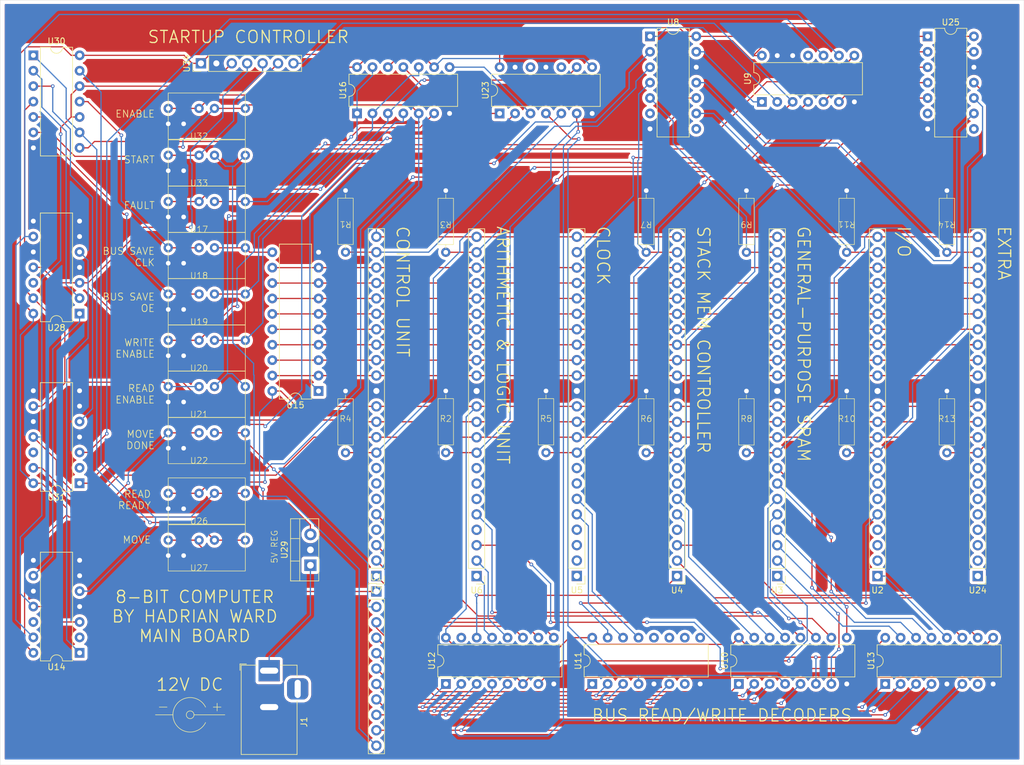
<source format=kicad_pcb>
(kicad_pcb (version 20240108) (generator "pcbnew") (generator_version "8.0")
  (title_block (title "Main board") (date "2024-06-24"))
  (layers (0 "F.Cu" signal) (31 "B.Cu" signal) (34 "B.Paste" user) (35 "F.Paste" user) (36 "B.SilkS" user "B.Silkscreen") (37 "F.SilkS" user "F.Silkscreen") (38 "B.Mask" user) (39 "F.Mask" user) (44 "Edge.Cuts" user))
  (net 0 "")
  (net 1 "Net-(U29-IN)")
  (net 2 "Net-(U10-GND)")
  (net 3 "Net-(U1-WA3)")
  (net 4 "Net-(U1-RA2)")
  (net 5 "Net-(U1-Move)")
  (net 6 "Net-(U1-WA1)")
  (net 7 "Net-(U1-RA1)")
  (net 8 "Net-(U1-RA0)")
  (net 9 "Net-(U1-RA3)")
  (net 10 "Net-(U1-WA2)")
  (net 11 "Net-(U1-Done)")
  (net 12 "Net-(U1-WA0)")
  (net 13 "Net-(U2-CLK_B)")
  (net 14 "Net-(U2-READ_READY)")
  (net 15 "Net-(U15-D0)")
  (net 16 "Net-(U2-FAULT)")
  (net 17 "Net-(U10-E1)")
  (net 18 "Net-(U13-Y3)")
  (net 19 "Net-(U11-Y0)")
  (net 20 "Net-(U14-0CLK)")
  (net 23 "Net-(U15-D5)")
  (net 25 "Net-(U15-D6)")
  (net 26 "Net-(U15-D1)")
  (net 27 "Net-(U15-D7)")
  (net 28 "Net-(U15-D4)")
  (net 31 "Net-(U15-D3)")
  (net 32 "Net-(U15-D2)")
  (net 34 "Net-(U13-Y1)")
  (net 35 "Net-(U12-Y7)")
  (net 36 "Net-(U13-Y0)")
  (net 37 "Net-(U3-FAULT)")
  (net 38 "Net-(U10-Y5)")
  (net 39 "Net-(U25-B0)")
  (net 40 "Net-(U10-Y6)")
  (net 41 "Net-(U10-Y4)")
  (net 42 "Net-(U10-Y7)")
  (net 43 "Net-(U13-Y2)")
  (net 44 "Net-(U13-Y4)")
  (net 46 "Net-(U4-FAULT)")
  (net 48 "Net-(U13-Y5)")
  (net 49 "Net-(U10-Y1)")
  (net 50 "Net-(U25-A3)")
  (net 52 "Net-(U10-Y0)")
  (net 53 "Net-(U12-Y1)")
  (net 54 "Net-(U11-Y2)")
  (net 56 "Net-(U25-A2)")
  (net 62 "Net-(U11-Y1)")
  (net 63 "Net-(U13-Y6)")
  (net 64 "Net-(U12-Y2)")
  (net 65 "Net-(U6-FAULT)")
  (net 66 "Net-(U12-Y3)")
  (net 69 "Net-(U10-Y2)")
  (net 70 "Net-(U25-A1)")
  (net 76 "Net-(U12-Y5)")
  (net 78 "Net-(U12-Y4)")
  (net 79 "Net-(U10-Y3)")
  (net 80 "Net-(U25-A0)")
  (net 81 "Net-(U12-Y6)")
  (net 82 "Net-(U7-FAULT)")
  (net 83 "Net-(U8-OA)")
  (net 84 "Net-(U17-OUT)")
  (net 85 "Net-(U8-OB)")
  (net 86 "Net-(U24-FAULT)")
  (net 87 "Net-(U31-0CLK)")
  (net 88 "Net-(U25-OA)")
  (net 89 "Net-(U25-OB)")
  (net 90 "Net-(U30-4Q)")
  (net 91 "Net-(U26-IN)")
  (net 92 "Net-(U14-1Q)")
  (net 94 "Net-(U10-E2#)")
  (net 100 "Net-(U12-E2#)")
  (net 103 "Net-(U14-0Q)")
  (net 105 "Net-(U14-1D)")
  (net 107 "Net-(U14-0D)")
  (net 108 "Net-(U15-OE#)")
  (net 109 "Net-(U15-CLK)")
  (net 110 "Net-(U16-3B)")
  (net 111 "Net-(U16-1A)")
  (net 112 "Net-(U1-Start)")
  (net 113 "Net-(U16-1B)")
  (net 114 "Net-(U16-3Q)")
  (net 115 "Net-(U16-1Q)")
  (net 116 "Net-(U16-4Q)")
  (net 117 "Net-(U18-IN)")
  (net 118 "Net-(U19-IN)")
  (net 119 "Net-(U16-2B)")
  (net 120 "Net-(U21-OUT)")
  (net 121 "Net-(U22-IN)")
  (net 126 "Net-(U24-READ_READY)")
  (net 133 "Net-(U27-OUT)")
  (net 135 "Net-(U28-0Q#)")
  (net 136 "Net-(U34-FAULT)")
  (net 137 "Net-(U30-1Q)")
  (net 144 "Net-(U16-2A)")
  (net 145 "Net-(U16-2Q)")
  (net 146 "Net-(U21-IN)")
  (net 147 "Net-(U32-IN)")
  (net 148 "Net-(U33-IN)")
  (footprint "custom_footprint_library:0.4_pitch_resistor" (layer "F.Cu") (at 178.308 105.4175)
    (property "Reference" "R8")
    (property "Value" "1k")
  )
  (footprint "Package_DIP:DIP-14_W7.62mm" (layer "F.Cu") (at 180.843 52.7025 90)
    (property "Reference" "U9")
    (property "Value" "~")
  )
  (footprint "custom_footprint_library:0.4_pitch_resistor" (layer "F.Cu") (at 194.818 105.4175)
    (property "Reference" "R10")
    (property "Value" "1k")
  )
  (footprint "Connector_PinHeader_2.54mm:PinHeader_1x23_P2.54mm_Vertical" (layer "F.Cu") (at 133.858 130.8175 180)
    (property "Reference" "U6")
    (property "Value" "~")
  )
  (footprint "custom_footprint_library:jumper" (layer "F.Cu") (at 88.138 112.3025)
    (property "Reference" "U22")
    (property "Value" "~")
  )
  (footprint "custom_footprint_library:jumper" (layer "F.Cu") (at 88.138 66.5825)
    (property "Reference" "U33")
    (property "Value" "~")
  )
  (footprint "custom_footprint_library:jumper" (layer "F.Cu") (at 88.138 122.2625)
    (property "Reference" "U26")
    (property "Value" "~")
  )
  (footprint "Connector_PinHeader_2.54mm:PinHeader_1x23_P2.54mm_Vertical" (layer "F.Cu") (at 183.388 130.8175 180)
    (property "Reference" "U3")
    (property "Value" "~")
  )
  (footprint "Package_DIP:DIP-14_W7.62mm" (layer "F.Cu") (at 137.653 54.6125 90)
    (property "Reference" "U23")
    (property "Value" "~")
  )
  (footprint "Package_DIP:DIP-14_W7.62mm" (layer "F.Cu") (at 68.453 87.5875 180)
    (property "Reference" "U28")
    (property "Value" "~")
  )
  (footprint "Connector_PinHeader_2.54mm:PinHeader_1x07_P2.54mm_Vertical" (layer "F.Cu") (at 88.448 46.3575 90)
    (property "Reference" "U34")
    (property "Value" "~")
  )
  (footprint "custom_footprint_library:0.4_pitch_resistor" (layer "F.Cu") (at 161.798 105.4175)
    (property "Reference" "R6")
    (property "Value" "1k")
  )
  (footprint "custom_footprint_library:0.4_pitch_resistor" (layer "F.Cu") (at 112.268 105.4175)
    (property "Reference" "R4")
    (property "Value" "1k")
  )
  (footprint "Package_DIP:DIP-14_W7.62mm" (layer "F.Cu") (at 68.453 115.5275 180)
    (property "Reference" "U31")
    (property "Value" "~")
  )
  (footprint "Connector_PinHeader_2.54mm:PinHeader_1x23_P2.54mm_Vertical" (layer "F.Cu") (at 117.348 130.8025 180)
    (property "Reference" "U7")
    (property "Value" "~")
  )
  (footprint "custom_footprint_library:jumper" (layer "F.Cu") (at 88.138 89.4425)
    (property "Reference" "U19")
    (property "Value" "~")
  )
  (footprint "Package_DIP:DIP-20_W7.62mm" (layer "F.Cu") (at 107.823 100.3325 180)
    (property "Reference" "U15")
    (property "Value" "~")
  )
  (footprint "custom_footprint_library:jumper" (layer "F.Cu") (at 88.138 97.0625)
    (property "Reference" "U20")
    (property "Value" "~")
  )
  (footprint "Package_DIP:DIP-16_W7.62mm" (layer "F.Cu") (at 201.168 148.5975 90)
    (property "Reference" "U13")
    (property "Value" "~")
  )
  (footprint "Package_DIP:DIP-16_W7.62mm" (layer "F.Cu") (at 152.908 148.5875 90)
    (property "Reference" "U11")
    (property "Value" "~")
  )
  (footprint "custom_footprint_library:0.4_pitch_resistor" (layer "F.Cu") (at 194.818 72.3975 180)
    (property "Reference" "R11")
    (property "Value" "1k")
  )
  (footprint "Connector_BarrelJack:BarrelJack_Horizontal" (layer "F.Cu") (at 99.6825 146.4025 90)
    (property "Reference" "J1")
    (property "Value" "Barrel_Jack")
  )
  (footprint "custom_footprint_library:jumper" (layer "F.Cu") (at 88.138 129.9825)
    (property "Reference" "U27")
    (property "Value" "~")
  )
  (footprint "custom_footprint_library:0.4_pitch_resistor" (layer "F.Cu") (at 178.308 72.3975 180)
    (property "Reference" "R9")
    (property "Value" "1k")
  )
  (footprint "Connector_PinHeader_2.54mm:PinHeader_1x23_P2.54mm_Vertical" (layer "F.Cu") (at 150.368 130.8025 180)
    (property "Reference" "U5")
    (property "Value" "~")
  )
  (footprint "custom_footprint_library:0.4_pitch_resistor" (layer "F.Cu") (at 161.798 72.3975 180)
    (property "Reference" "R7")
    (property "Value" "1k")
  )
  (footprint "custom_footprint_library:0.4_pitch_resistor" (layer "F.Cu") (at 211.328 72.3975 180)
    (property "Reference" "R14")
    (property "Value" "1k")
  )
  (footprint "Package_DIP:DIP-16_W7.62mm" (layer "F.Cu") (at 177.053 148.5875 90)
    (property "Reference" "U10")
    (property "Value" "~")
  )
  (footprint "Package_DIP:DIP-14_W7.62mm" (layer "F.Cu") (at 208.153 41.9175)
    (property "Reference" "U25")
    (property "Value" "~")
  )
  (footprint "Package_DIP:DIP-14_W7.62mm" (layer "F.Cu") (at 114.163 54.6075 90)
    (property "Reference" "U16")
    (property "Value" "~")
  )
  (footprint "custom_footprint_library:0.4_pitch_resistor" (layer "F.Cu") (at 112.268 72.3825 180)
    (property "Reference" "R1")
    (property "Value" "1k")
  )
  (footprint "Connector_PinHeader_2.54mm:PinHeader_1x23_P2.54mm_Vertical" (layer "F.Cu") (at 199.898 130.8175 180)
    (property "Reference" "U2")
    (property "Value" "~")
  )
  (footprint "custom_footprint_library:0.4_pitch_resistor" (layer "F.Cu") (at 128.778 72.3975 180)
    (property "Reference" "R3")
    (property "Value" "1k")
  )
  (footprint "Connector_PinHeader_2.54mm:PinHeader_1x23_P2.54mm_Vertical" (layer "F.Cu") (at 166.878 130.8175 180)
    (property "Reference" "U4")
    (property "Value" "~")
  )
  (footprint "custom_footprint_library:0.4_pitch_resistor" (layer "F.Cu") (at 145.288 105.4025)
    (property "Reference" "R5")
    (property "Value" "1k")
  )
  (footprint "custom_footprint_library:0.4_pitch_resistor" (layer "F.Cu") (at 128.778 105.4025)
    (property "Reference" "R2")
    (property "Value" "1k")
  )
  (footprint "custom_footprint_library:0.4_pitch_resistor" (layer "F.Cu") (at 211.328 105.4175)
    (property "Reference" "R13")
    (property "Value" "1k")
  )
  (footprint "Package_DIP:DIP-14_W7.62mm" (layer "F.Cu") (at 60.843 45.0375)
    (property "Reference" "U30")
    (property "Value" "~")
  )
  (footprint "Package_DIP:DIP-14_W7.62mm" (layer "F.Cu") (at 68.463 143.4625 180)
    (property "Reference" "U14")
    (property "Value" "~")
  )
  (footprint "Package_DIP:DIP-14_W7.62mm" (layer "F.Cu") (at 162.423 41.9125)
    (property "Reference" "U8")
    (property "Value" "~")
  )
  (footprint "custom_footprint_library:jumper" (layer "F.Cu") (at 88.138 81.8225)
    (property "Reference" "U18")
    (property "Value" "~")
  )
  (footprint "Package_TO_SOT_THT:TO-220-3_Vertical" (layer "F.Cu") (at 106.482 129.0345 90)
    (property "Reference" "U29")
    (property "Value" "L7805")
  )
  (footprint "custom_footprint_library:jumper" (layer "F.Cu") (at 88.138 104.6825)
    (property "Reference" "U21")
    (property "Value" "~")
  )
  (footprint "custom_footprint_library:jumper" (layer "F.Cu") (at 88.138 58.8625)
    (property "Reference" "U32")
    (property "Value" "~")
  )
  (footprint "Connector_PinHeader_2.54mm:PinHeader_1x23_P2.54mm_Vertical" (layer "F.Cu") (at 216.408 130.8175 180)
    (property "Reference" "U24")
    (property "Value" "~")
  )
  (footprint "custom_footprint_library:jumper" (layer "F.Cu") (at 88.138 74.2025)
    (property "Reference" "U17")
    (property "Value" "~")
  )
  (footprint "Package_DIP:DIP-16_W7.62mm" (layer "F.Cu") (at 128.793 148.5875 90)
    (property "Reference" "U12")
    (property "Value" "~")
  )
  (footprint "Connector_PinHeader_2.54mm:PinHeader_1x11_P2.54mm_Vertical" (layer "F.Cu") (at 117.348 133.3575)
    (property "Reference" "U1")
    (property "Value" "~")
  )
  (gr_line (start 91.115 151.7675) (end 91.115 153.0375) (stroke (width 0.1)) (layer "F.SilkS"))
  (gr_arc (start 89.21 154.9425) (mid 83.830194 153.6725) (end 89.21 152.4025) (stroke (width 0.1)) (layer "F.SilkS"))
  (gr_line (start 87.305 153.6725) (end 92.385 153.6725) (stroke (width 0.1)) (layer "F.SilkS"))
  (gr_line (start 83.830194 153.6725) (end 80.955 153.6725) (stroke (width 0.1)) (layer "F.SilkS"))
  (gr_line (start 91.75 152.4025) (end 90.48 152.4025) (stroke (width 0.1)) (layer "F.SilkS"))
  (gr_line (start 82.86 152.4025) (end 81.59 152.4025) (stroke (width 0.1)) (layer "F.SilkS"))
  (gr_circle (center 86.67 153.6725) (end 86.67 153.0375) (stroke (width 0.1)) (fill none) (layer "F.SilkS"))
  (gr_rect (start 55.372 35.9485) (end 224.028 161.9325) (stroke (width 0.05)) (fill none) (layer "Edge.Cuts"))
  (gr_text "GENERAL-PURPOSE SRAM" (at 186.563 73.0325 270) (layer "F.SilkS") (effects (font (size 2 2) (thickness 0.2)) (justify left bottom)))
  (gr_text "STARTUP CONTROLLER" (at 79.558 43.1825 0) (layer "F.SilkS") (effects (font (size 2 2) (thickness 0.2)) (justify left bottom)))
  (gr_text "ARITHMETIC & LOGIC UNIT" (at 137.033 73.0325 270) (layer "F.SilkS") (effects (font (size 2 2) (thickness 0.2)) (justify left bottom)))
  (gr_text "STACK MEM CONTROLLER" (at 170.053 73.0325 270) (layer "F.SilkS") (effects (font (size 2 2) (thickness 0.2)) (justify left bottom)))
  (gr_text "12V DC" (at 80.955 149.8625 0) (layer "F.SilkS") (effects (font (size 2 2) (thickness 0.2)) (justify left bottom)))
  (gr_text "CONTROL UNIT" (at 120.523 73.0325 270) (layer "F.SilkS") (effects (font (size 2 2) (thickness 0.2)) (justify left bottom)))
  (gr_text "I/O" (at 203.073 73.0325 270) (layer "F.SilkS") (effects (font (size 2 2) (thickness 0.2)) (justify left bottom)))
  (gr_text "CLOCK" (at 153.543 73.0325 270) (layer "F.SilkS") (effects (font (size 2 2) (thickness 0.2)) (justify left bottom)))
  (gr_text "BUS READ/WRITE DECODERS" (at 152.71 154.9425 0) (layer "F.SilkS") (effects (font (size 2 2) (thickness 0.2)) (justify left bottom)))
  (gr_text "5V REG" (at 101.148 128.7805 90) (layer "F.SilkS") (effects (font (size 1 1) (thickness 0.1)) (justify left bottom)))
  (gr_text "EXTRA" (at 219.583 73.0325 -90) (layer "F.SilkS") (effects (font (size 2 2) (thickness 0.2)) (justify left bottom)))
  (gr_text_box "\nREAD\nREADY\n\n\nMOVE" (start 72.898 113.865) (end 81.153 131.06) (layer "F.SilkS") (effects (font (size 1.17 1.17) (thickness 0.117)) (justify right top)) (border no))
  (gr_text_box "8-BIT COMPUTER\nBY HADRIAN WARD\nMAIN BOARD" (start 71.557 131.5745) (end 103.307 143.2585) (layer "F.SilkS") (effects (font (size 2 2) (thickness 0.2)) (justify top)) (border no) (stroke (width 0.05)))
  (gr_text_box "\nENABLE\n\n\n\nSTART\n\n\n\nFAULT\n\n\n\nBUS SAVE\nCLK\n\n\nBUS SAVE\nOE\n\n\nWRITE\nENABLE\n\n\nREAD\nENABLE\n\n\nMOVE\nDONE" (start 70.993 51.2425) (end 81.788 112.3025) (layer "F.SilkS") (effects (font (size 1.17 1.17) (thickness 0.117)) (justify right top)) (border no))
  (segment (start 106.482 137.2513) (end 99.6825 144.0508) (width 0.2) (layer "B.Cu") (net 1))
  (segment (start 106.482 129.0345) (end 106.482 137.2513) (width 0.2) (layer "B.Cu") (net 1))
  (segment (start 99.6825 146.4025) (end 99.6825 144.0508) (width 0.2) (layer "B.Cu") (net 1))
  (segment (start 60.843 72.3475) (end 60.843 60.2775) (width 0.2) (layer "F.Cu") (net 2))
  (segment (start 69.8547 102.8275) (end 68.453 102.8275) (width 0.2) (layer "F.Cu") (net 2))
  (segment (start 83.058 127.4425) (end 82.278 128.2225) (width 0.2) (layer "F.Cu") (net 2))
  (segment (start 217.838 147.4875) (end 218.948 148.5975) (width 0.2) (layer "F.Cu") (net 2))
  (segment (start 170.043 46.9925) (end 164.396 52.6395) (width 0.2) (layer "F.Cu") (net 2))
  (segment (start 112.268 100.3375) (end 112.268 100.3225) (width 0.2) (layer "F.Cu") (net 2))
  (segment (start 85.598 79.2825) (end 83.058 79.2825) (width 0.2) (layer "F.Cu") (net 2))
  (segment (start 133.873 100.3225) (end 133.858 100.3375) (width 0.2) (layer "F.Cu") (net 2))
  (segment (start 150.368 100.3225) (end 161.783 100.3225) (width 0.2) (layer "F.Cu") (net 2))
  (segment (start 88.1494 73.4926) (end 86.3193 71.6625) (width 0.2) (layer "F.Cu") (net 2))
  (segment (start 85.598 86.9025) (end 83.058 86.9025) (width 0.2) (layer "F.Cu") (net 2))
  (segment (start 86.3193 71.6625) (end 85.598 71.6625) (width 0.2) (layer "F.Cu") (net 2))
  (segment (start 194.803 100.3225) (end 194.818 100.3375) (width 0.2) (layer "F.Cu") (net 2))
  (segment (start 194.833 148.5875) (end 194.833 147.5025) (width 0.2) (layer "F.Cu") (net 2))
  (segment (start 183.383 45.0825) (end 185.923 45.0825) (width 0.2) (layer "F.Cu") (net 2))
  (segment (start 162.423 56.8887) (end 162.423 57.1525) (width 0.2) (layer "F.Cu") (net 2))
  (segment (start 161.783 100.3225) (end 166.893 100.3225) (width 0.2) (layer "F.Cu") (net 2))
  (segment (start 133.873 100.3225) (end 145.288 100.3225) (width 0.2) (layer "F.Cu") (net 2))
  (segment (start 64.5113 105.3675) (end 67.0513 107.9075) (width 0.2) (layer "F.Cu") (net 2))
  (segment (start 64.5113 105.3675) (end 67.0513 102.8275) (width 0.2) (layer "F.Cu") (net 2))
  (segment (start 178.293 100.3225) (end 178.308 100.3375) (width 0.2) (layer "F.Cu") (net 2))
  (segment (start 106.421 77.4725) (end 102.441 73.4926) (width 0.2) (layer "F.Cu") (net 2))
  (segment (start 166.893 100.3225) (end 178.293 100.3225) (width 0.2) (layer "F.Cu") (net 2))
  (segment (start 83.058 102.1425) (end 70.5397 102.1425) (width 0.2) (layer "F.Cu") (net 2))
  (segment (start 194.833 147.5025) (end 194.818 147.4875) (width 0.2) (layer "F.Cu") (net 2))
  (segment (start 183.403 100.3225) (end 194.803 100.3225) (width 0.2) (layer "F.Cu") (net 2))
  (segment (start 162.423 56.8887) (end 156.571 56.8887) (width 0.2) (layer "F.Cu") (net 2))
  (segment (start 211.328 147.4875) (end 217.838 147.4875) (width 0.2) (layer "F.Cu") (net 2))
  (segment (start 68.453 72.3475) (end 82.373 72.3475) (width 0.2) (layer "F.Cu") (net 2))
  (segment (start 211.313 100.3225) (end 216.393 100.3225) (width 0.2) (layer "F.Cu") (net 2))
  (segment (start 60.843 72.3475) (end 68.453 72.3475) (width 0.2) (layer "F.Cu") (net 2))
  (segment (start 161.798 67.3175) (end 128.778 67.3175) (width 0.2) (layer "F.Cu") (net 2))
  (segment (start 183.403 100.3225) (end 183.388 100.3375) (width 0.2) (layer "F.Cu") (net 2))
  (segment (start 164.396 54.9157) (end 162.423 56.8887) (width 0.2) (layer "F.Cu") (net 2))
  (segment (start 67.0513 107.9075) (end 68.453 107.9075) (width 0.2) (layer "F.Cu") (net 2))
  (segment (start 163.068 148.5875) (end 163.068 147.4875) (width 0.2) (layer "F.Cu") (net 2))
  (segment (start 163.068 147.4875) (end 169.588 147.4875) (width 0.2) (layer "F.Cu") (net 2))
  (segment (start 112.268 100.3225) (end 117.348 100.3225) (width 0.2) (layer "F.Cu") (net 2))
  (segment (start 70.5397 102.1425) (end 69.8547 102.8275) (width 0.2) (layer "F.Cu") (net 2))
  (segment (start 128.778 67.3175) (end 112.283 67.3175) (width 0.2) (layer "F.Cu") (net 2))
  (segment (start 85.598 102.1425) (end 83.058 102.1425) (width 0.2) (layer "F.Cu") (net 2))
  (segment (start 85.598 71.6625) (end 83.058 71.6625) (width 0.2) (layer "F.Cu") (net 2))
  (segment (start 145.288 100.3225) (end 150.368 100.3225) (width 0.2) (layer "F.Cu") (net 2))
  (segment (start 128.778 100.3225) (end 133.873 100.3225) (width 0.2) (layer "F.Cu") (net 2))
  (segment (start 117.348 100.3225) (end 128.778 100.3225) (width 0.2) (layer "F.Cu") (net 2))
  (segment (start 211.328 67.3175) (end 194.818 67.3175) (width 0.2) (layer "F.Cu") (net 2))
  (segment (start 145.273 46.9925) (end 143.861 48.4043) (width 0.2) (layer "F.Cu") (net 2))
  (segment (start 68.463 128.2225) (end 60.843 128.2225) (width 0.2) (layer "F.Cu") (net 2))
  (segment (start 161.783 100.3225) (end 161.798 100.3375) (width 0.2) (layer "F.Cu") (net 2))
  (segment (start 82.278 128.2225) (end 68.463 128.2225) (width 0.2) (layer "F.Cu") (net 2))
  (segment (start 143.861 48.4043) (end 141.605 48.4043) (width 0.2) (layer "F.Cu") (net 2))
  (segment (start 216.393 100.3225) (end 216.408 100.3375) (width 0.2) (layer "F.Cu") (net 2))
  (segment (start 194.818 147.4875) (end 211.328 147.4875) (width 0.2) (layer "F.Cu") (net 2))
  (segment (start 85.598 109.7625) (end 83.058 109.7625) (width 0.2) (layer "F.Cu") (net 2))
  (segment (start 211.328 148.5975) (end 211.328 147.4875) (width 0.2) (layer "F.Cu") (net 2))
  (segment (start 166.893 100.3225) (end 166.878 100.3375) (width 0.2) (layer "F.Cu") (net 2))
  (segment (start 67.0513 102.8275) (end 68.453 102.8275) (width 0.2) (layer "F.Cu") (net 2))
  (segment (start 199.913 100.3225) (end 211.313 100.3225) (width 0.2) (layer "F.Cu") (net 2))
  (segment (start 85.598 94.5225) (end 83.058 94.5225) (width 0.2) (layer "F.Cu") (net 2))
  (segment (start 85.598 119.7225) (end 83.058 119.7225) (width 0.2) (layer "F.Cu") (net 2))
  (segment (start 199.913 100.3225) (end 199.898 100.3375) (width 0.2) (layer "F.Cu") (net 2))
  (segment (start 60.833 72.3475) (end 60.843 72.3475) (width 0.2) (layer "F.Cu") (net 2))
  (segment (start 178.308 67.3175) (end 161.798 67.3175) (width 0.2) (layer "F.Cu") (net 2))
  (segment (start 170.688 148.5875) (end 171.788 147.4875) (width 0.2) (layer "F.Cu") (net 2))
  (segment (start 147.673 147.4875) (end 163.068 147.4875) (width 0.2) (layer "F.Cu") (net 2))
  (segment (start 141.605 48.4043) (end 140.193 46.9925) (width 0.2) (layer "F.Cu") (net 2))
  (segment (start 154.295 54.6125) (end 152.893 54.6125) (width 0.2) (layer "F.Cu") (net 2))
  (segment (start 178.293 100.3225) (end 183.403 100.3225) (width 0.2) (layer "F.Cu") (net 2))
  (segment (start 146.573 148.5875) (end 147.673 147.4875) (width 0.2) (layer "F.Cu") (net 2))
  (segment (start 169.588 147.4875) (end 170.688 148.5875) (width 0.2) (layer "F.Cu") (net 2))
  (segment (start 194.803 100.3225) (end 199.913 100.3225) (width 0.2) (layer "F.Cu") (net 2))
  (segment (start 194.818 67.3175) (end 178.308 67.3175) (width 0.2) (layer "F.Cu") (net 2))
  (segment (start 112.283 67.3175) (end 112.268 67.3025) (width 0.2) (layer "F.Cu") (net 2))
  (segment (start 107.823 77.4725) (end 106.421 77.4725) (width 0.2) (layer "F.Cu") (net 2))
  (segment (start 164.396 52.6395) (end 164.396 54.9157) (width 0.2) (layer "F.Cu") (net 2))
  (segment (start 211.313 100.3225) (end 211.328 100.3375) (width 0.2) (layer "F.Cu") (net 2))
  (segment (start 60.833 105.3675) (end 64.5113 105.3675) (width 0.2) (layer "F.Cu") (net 2))
  (segment (start 171.788 147.4875) (end 194.818 147.4875) (width 0.2) (layer "F.Cu") (net 2))
  (segment (start 156.571 56.8887) (end 154.295 54.6125) (width 0.2) (layer "F.Cu") (net 2))
  (segment (start 82.373 72.3475) (end 83.058 71.6625) (width 0.2) (layer "F.Cu") (net 2))
  (segment (start 85.598 127.4425) (end 83.058 127.4425) (width 0.2) (layer "F.Cu") (net 2))
  (segment (start 102.441 73.4926) (end 88.1494 73.4926) (width 0.2) (layer "F.Cu") (net 2))
  (segment (start 206.751 57.1575) (end 202.296 52.7025) (width 0.2) (layer "B.Cu") (net 2))
  (segment (start 91.2375 115.8125) (end 92.0726 116.6475) (width 0.2) (layer "B.Cu") (net 2))
  (segment (start 84.5911 57.3294) (end 85.598 56.3225) (width 0.2) (layer "B.Cu") (net 2))
  (segment (start 113.33 99.2755) (end 112.268 100.3375) (width 0.2) (layer "B.Cu") (net 2))
  (segment (start 60.843 133.3025) (end 59.4359 131.8955) (width 0.2) (layer "B.Cu") (net 2))
  (segment (start 208.153 57.1575) (end 206.751 57.1575) (width 0.2) (layer "B.Cu") (net 2))
  (segment (start 85.0773 63.5218) (end 85.598 64.0425) (width 0.2) (layer "B.Cu") (net 2))
  (segment (start 67.0177 78.5322) (end 67.0177 76.3228) (width 0.2) (layer "B.Cu") (net 2))
  (segment (start 84.5911 63.5218) (end 84.5911 57.3294) (width 0.2) (layer "B.Cu") (net 2))
  (segment (start 83.058 64.0425) (end 83.5787 63.5218) (width 0.2) (layer "B.Cu") (net 2))
  (segment (start 67.0526 134.4325) (end 68.463 135.8425) (width 0.2) (layer "B.Cu") (net 2))
  (segment (start 84.5911 63.5218) (end 85.0773 63.5218) (width 0.2) (layer "B.Cu") (net 2))
  (segment (start 85.598 71.6625) (end 85.598 79.2825) (width 0.2) (layer "B.Cu") (net 2))
  (segment (start 99.682 151.8356) (end 99.682 152.4025) (width 0.2) (layer "B.Cu") (net 2))
  (segment (start 194.029 50.6485) (end 191.489 50.6485) (width 0.2) (layer "B.Cu") (net 2))
  (segment (start 85.598 115.8125) (end 85.598 109.7625) (width 0.2) (layer "B.Cu") (net 2))
  (segment (start 59.4359 129.6295) (end 60.843 128.2225) (width 0.2) (layer "B.Cu") (net 2))
  (segment (start 68.453 100.2875) (end 68.453 102.8275) (width 0.2) (layer "B.Cu") (net 2))
  (segment (start 202.296 52.7025) (end 196.083 52.7025) (width 0.2) (layer "B.Cu") (net 2))
  (segment (start 85.598 64.0425) (end 85.598 71.6625) (width 0.2) (layer "B.Cu") (net 2))
  (segment (start 99.682 151.2688) (end 99.682 151.8356) (width 0.2) (layer "B.Cu") (net 2))
  (segment (start 196.083 52.7025) (end 194.029 50.6485) (width 0.2) (layer "B.Cu") (net 2))
  (segment (start 85.598 102.1425) (end 85.598 109.7625) (width 0.2) (layer "B.Cu") (net 2))
  (segment (start 103.9323 127.4425) (end 104.8803 126.4945) (width 0.2) (layer "B.Cu") (net 2))
  (segment (start 97.2863 148.8731) (end 97.2863 127.4425) (width 0.2) (layer "B.Cu") (net 2))
  (segment (start 211.328 67.3175) (end 210.244 66.233) (width 0.2) (layer "B.Cu") (net 2))
  (segment (start 83.058 94.5225) (end 81.6817 95.8988) (width 0.2) (layer "B.Cu") (net 2))
  (segment (start 83.5787 63.5218) (end 84.5911 63.5218) (width 0.2) (layer "B.Cu") (net 2))
  (segment (start 92.0726 116.6475) (end 92.0726 127.4425) (width 0.2) (layer "B.Cu") (net 2))
  (segment (start 85.598 115.8125) (end 91.2375 115.8125) (width 0.2) (layer "B.Cu") (net 2))
  (segment (start 152.893 54.6125) (end 152.893 53.2108) (width 0.2) (layer "B.Cu") (net 2))
  (segment (start 62.2436 76.0169) (end 60.833 77.4275) (width 0.2) (layer "B.Cu") (net 2))
  (segment (start 127.693 101.4075) (end 128.778 100.3225) (width 0.2) (layer "B.Cu") (net 2))
  (segment (start 92.0726 127.4425) (end 85.598 127.4425) (width 0.2) (layer "B.Cu") (net 2))
  (segment (start 59.4359 131.8955) (end 59.4359 129.6295) (width 0.2) (layer "B.Cu") (net 2))
  (segment (start 60.833 72.3475) (end 62.2436 73.7581) (width 0.2) (layer "B.Cu") (net 2))
  (segment (start 68.463 128.2225) (end 68.463 130.7625) (width 0.2) (layer "B.Cu") (net 2))
  (segment (start 109.225 77.4725) (end 107.823 77.4725) (width 0.2) (layer "B.Cu") (net 2))
  (segment (start 85.598 119.7225) (end 85.598 115.8125) (width 0.2) (layer "B.Cu") (net 2))
  (segment (start 208.153 57.1575) (end 210.244 57.1575) (width 0.2) (layer "B.Cu") (net 2))
  (segment (start 152.893 53.2108) (end 151.491 53.2108) (width 0.2) (layer "B.Cu") (net 2))
  (segment (start 127.963 142.0675) (end 127.693 141.7975) (width 0.2) (layer "B.Cu") (net 2))
  (segment (start 112.268 67.3025) (end 113.33 68.3645) (width 0.2) (layer "B.Cu") (net 2))
  (segment (start 113.33 68.3645) (end 113.33 81.9951) (width 0.2) (layer "B.Cu") (net 2))
  (segment (start 191.489 50.6485) (end 185.923 45.0825) (width 0.2) (layer "B.Cu") (net 2))
  (segment (start 62.2436 73.7581) (end 62.2436 76.0169) (width 0.2) (layer "B.Cu") (net 2))
  (segment (start 99.682 151.2688) (end 97.2863 148.8731) (width 0.2) (layer "B.Cu") (net 2))
  (segment (start 99.6825 151.8361) (end 99.6825 152.4025) (width 0.2) (layer "B.Cu") (net 2))
  (segment (start 162.423 57.1525) (end 162.423 58.5542) (width 0.2) (layer "B.Cu") (net 2))
  (segment (start 85.598 53.4136) (end 85.598 56.3225) (width 0.2) (layer "B.Cu") (net 2))
  (segment (start 162.423 58.5542) (end 161.798 59.1792) (width 0.2) (layer "B.Cu") (net 2))
  (segment (start 59.4273 101.6932) (end 60.833 100.2875) (width 0.2) (layer "B.Cu") (net 2))
  (segment (start 84.0649 57.3294) (end 83.058 56.3225) (width 0.2) (layer "B.Cu") (net 2))
  (segment (start 210.244 52.527) (end 215.773 46.9975) (width 0.2) (layer "B.Cu") (net 2))
  (segment (start 81.6817 100.7662) (end 83.058 102.1425) (width 0.2) (layer "B.Cu") (net 2))
  (segment (start 84.5911 57.3294) (end 84.0649 57.3294) (width 0.2) (layer "B.Cu") (net 2))
  (segment (start 90.988 48.0236) (end 85.598 53.4136) (width 0.2) (layer "B.Cu") (net 2))
  (segment (start 129.403 66.6925) (end 129.403 54.6075) (width 0.2) (layer "B.Cu") (net 2))
  (segment (start 127.693 141.7975) (end 127.693 101.4075) (width 0.2) (layer "B.Cu") (net 2))
  (segment (start 67.0177 76.3228) (end 68.453 74.8875) (width 0.2) (layer "B.Cu") (net 2))
  (segment (start 113.33 81.9951) (end 113.33 99.2755) (width 0.2) (layer "B.Cu") (net 2))
  (segment (start 128.778 67.3175) (end 129.403 66.6925) (width 0.2) (layer "B.Cu") (net 2))
  (segment (start 146.573 148.5875) (end 140.053 142.0675) (width 0.2) (layer "B.Cu") (net 2))
  (segment (start 92.0726 127.4425) (end 97.2863 127.4425) (width 0.2) (layer "B.Cu") (net 2))
  (segment (start 210.244 57.1575) (end 210.244 52.527) (width 0.2) (layer "B.Cu") (net 2))
  (segment (start 81.6817 95.8988) (end 81.6817 100.7662) (width 0.2) (layer "B.Cu") (net 2))
  (segment (start 161.798 59.1792) (end 161.798 67.3175) (width 0.2) (layer "B.Cu") (net 2))
  (segment (start 106.482 126.4945) (end 104.8803 126.4945) (width 0.2) (layer "B.Cu") (net 2))
  (segment (start 90.988 46.3575) (end 90.988 48.0236) (width 0.2) (layer "B.Cu") (net 2))
  (segment (start 210.244 66.233) (end 210.244 57.1575) (width 0.2) (layer "B.Cu") (net 2))
  (segment (start 85.598 86.9025) (end 85.598 94.5225) (width 0.2) (layer "B.Cu") (net 2))
  (segment (start 68.453 72.3475) (end 68.453 74.8875) (width 0.2) (layer "B.Cu") (net 2))
  (segment (start 68.453 79.9675) (end 67.0177 78.5322) (width 0.2) (layer "B.Cu") (net 2))
  (segment (start 109.225 77.8898) (end 109.225 77.4725) (width 0.2) (layer "B.Cu") (net 2))
  (segment (start 97.2863 127.4425) (end 103.9323 127.4425) (width 0.2) (layer "B.Cu") (net 2))
  (segment (start 151.491 53.2108) (end 145.273 46.9925) (width 0.2) (layer "B.Cu") (net 2))
  (segment (start 85.598 79.2825) (end 85.598 86.9025) (width 0.2) (layer "B.Cu") (net 2))
  (segment (start 113.33 81.9951) (end 109.225 77.8898) (width 0.2) (layer "B.Cu") (net 2))
  (segment (start 59.4273 103.9615) (end 59.4273 101.6932) (width 0.2) (layer "B.Cu") (net 2))
  (segment (start 99.682 151.8356) (end 99.6825 151.8361) (width 0.2) (layer "B.Cu") (net 2))
  (segment (start 67.0526 132.1725) (end 67.0526 134.4325) (width 0.2) (layer "B.Cu") (net 2))
  (segment (start 140.053 142.0675) (end 127.963 142.0675) (width 0.2) (layer "B.Cu") (net 2))
  (segment (start 68.463 130.7625) (end 67.0526 132.1725) (width 0.2) (layer "B.Cu") (net 2))
  (segment (start 60.833 105.3675) (end 59.4273 103.9615) (width 0.2) (layer "B.Cu") (net 2))
  (segment (start 123.063 151.7725) (end 162.433 151.7725) (width 0.2) (layer "F.Cu") (net 3))
  (segment (start 162.433 151.7725) (end 184.023 151.7725) (width 0.2) (layer "F.Cu") (net 3))
  (segment (start 117.348 146.0575) (end 123.063 151.7725) (width 0.2) (layer "F.Cu") (net 3))
  (via (at 184.023 151.7725) (size 0.6) (drill 0.3) (layers "F.Cu" "B.Cu") (net 3))
  (via (at 162.433 151.7725) (size 0.6) (drill 0.3) (layers "F.Cu" "B.Cu") (net 3))
  (segment (start 184.663 151.1375) (end 187.213 148.5875) (width 0.2) (layer "B.Cu") (net 3))
  (segment (start 184.658 151.1375) (end 184.663 151.1375) (width 0.2) (layer "B.Cu") (net 3))
  (segment (start 165.608 148.5875) (end 162.433 151.7625) (width 0.2) (layer "B.Cu") (net 3))
  (segment (start 184.023 151.7725) (end 184.658 151.1375) (width 0.2) (layer "B.Cu") (net 3))
  (segment (start 162.433 151.7625) (end 162.433 151.7725) (width 0.2) (layer "B.Cu") (net 3))
  (segment (start 128.778 153.6775) (end 201.168 153.6775) (width 0.2) (layer "F.Cu") (net 4))
  (segment (start 117.348 153.6775) (end 128.778 153.6775) (width 0.2) (layer "F.Cu") (net 4))
  (via (at 128.778 153.6775) (size 0.6) (drill 0.3) (layers "F.Cu" "B.Cu") (net 4))
  (via (at 201.168 153.6775) (size 0.6) (drill 0.3) (layers "F.Cu" "B.Cu") (net 4))
  (segment (start 133.873 148.5875) (end 128.783 153.6775) (width 0.2) (layer "B.Cu") (net 4))
  (segment (start 128.783 153.6775) (end 128.778 153.6775) (width 0.2) (layer "B.Cu") (net 4))
  (segment (start 201.168 153.6775) (end 206.248 148.5975) (width 0.2) (layer "B.Cu") (net 4))
  (segment (start 88.138 124.9025) (end 87.374 124.9025) (width 0.2) (layer "F.Cu") (net 5))
  (segment (start 87.374 124.9025) (end 83.058 124.9025) (width 0.2) (layer "F.Cu") (net 5))
  (segment (start 95.829 133.3575) (end 117.348 133.3575) (width 0.2) (layer "F.Cu") (net 5))
  (segment (start 87.374 124.9025) (end 95.829 133.3575) (width 0.2) (layer "F.Cu") (net 5))
  (segment (start 153.543 150.5025) (end 177.673 150.5025) (width 0.2) (layer "F.Cu") (net 6))
  (segment (start 117.348 140.9775) (end 126.873 150.5025) (width 0.2) (layer "F.Cu") (net 6))
  (segment (start 126.873 150.5025) (end 153.543 150.5025) (width 0.2) (layer "F.Cu") (net 6))
  (via (at 177.673 150.5025) (size 0.6) (drill 0.3) (layers "F.Cu" "B.Cu") (net 6))
  (via (at 153.543 150.5025) (size 0.6) (drill 0.3) (layers "F.Cu" "B.Cu") (net 6))
  (segment (start 155.448 148.5875) (end 153.543 150.4925) (width 0.2) (layer "B.Cu") (net 6))
  (segment (start 177.678 150.5025) (end 179.593 148.5875) (width 0.2) (layer "B.Cu") (net 6))
  (segment (start 177.673 150.5025) (end 177.678 150.5025) (width 0.2) (layer "B.Cu") (net 6))
  (segment (start 153.543 150.4925) (end 153.543 150.5025) (width 0.2) (layer "B.Cu") (net 6))
  (segment (start 126.873 153.0425) (end 199.263 153.0425) (width 0.2) (layer "F.Cu") (net 7))
  (segment (start 117.348 151.1375) (end 119.253 153.0425) (width 0.2) (layer "F.Cu") (net 7))
  (segment (start 119.253 153.0425) (end 126.873 153.0425) (width 0.2) (layer "F.Cu") (net 7))
  (via (at 126.873 153.0425) (size 0.6) (drill 0.3) (layers "F.Cu" "B.Cu") (net 7))
  (via (at 199.263 153.0425) (size 0.6) (drill 0.3) (layers "F.Cu" "B.Cu") (net 7))
  (segment (start 199.263 153.0425) (end 203.708 148.5975) (width 0.2) (layer "B.Cu") (net 7))
  (segment (start 126.878 153.0425) (end 126.873 153.0425) (width 0.2) (layer "B.Cu") (net 7))
  (segment (start 131.333 148.5875) (end 126.878 153.0425) (width 0.2) (layer "B.Cu") (net 7))
  (segment (start 124.968 152.4075) (end 197.358 152.4075) (width 0.2) (layer "F.Cu") (net 8))
  (segment (start 117.348 148.5975) (end 121.158 152.4075) (width 0.2) (layer "F.Cu") (net 8))
  (segment (start 121.158 152.4075) (end 124.968 152.4075) (width 0.2) (layer "F.Cu") (net 8))
  (via (at 124.968 152.4075) (size 0.6) (drill 0.3) (layers "F.Cu" "B.Cu") (net 8))
  (via (at 197.358 152.4075) (size 0.6) (drill 0.3) (layers "F.Cu" "B.Cu") (net 8))
  (segment (start 124.973 152.4075) (end 124.968 152.4075) (width 0.2) (layer "B.Cu") (net 8))
  (segment (start 128.793 148.5875) (end 124.973 152.4075) (width 0.2) (layer "B.Cu") (net 8))
  (segment (start 197.358 152.4075) (end 201.168 148.5975) (width 0.2) (layer "B.Cu") (net 8))
  (segment (start 131.323 156.2175) (end 131.318 156.2175) (width 0.2) (layer "F.Cu") (net 9))
  (segment (start 131.318 156.2175) (end 131.323 156.2175) (width 0.2) (layer "F.Cu") (net 9))
  (segment (start 131.323 156.2175) (end 206.248 156.2175) (width 0.2) (layer "F.Cu") (net 9))
  (segment (start 117.348 156.2175) (end 131.318 156.2175) (width 0.2) (layer "F.Cu") (net 9))
  (via (at 131.318 156.2175) (size 0.6) (drill 0.3) (layers "F.Cu" "B.Cu") (net 9))
  (via (at 206.248 156.2175) (size 0.6) (drill 0.3) (layers "F.Cu" "B.Cu") (net 9))
  (segment (start 131.323 156.2175) (end 131.318 156.2175) (width 0.2) (layer "B.Cu") (net 9))
  (segment (start 213.868 148.5975) (end 206.248 156.2175) (width 0.2) (layer "B.Cu") (net 9))
  (segment (start 138.953 148.5875) (end 131.323 156.2175) (width 0.2) (layer "B.Cu") (net 9))
  (segment (start 155.448 151.1375) (end 179.578 151.1375) (width 0.2) (layer "F.Cu") (net 10))
  (segment (start 117.348 143.5175) (end 124.968 151.1375) (width 0.2) (layer "F.Cu") (net 10))
  (segment (start 124.968 151.1375) (end 155.448 151.1375) (width 0.2) (layer "F.Cu") (net 10))
  (via (at 155.448 151.1375) (size 0.6) (drill 0.3) (layers "F.Cu" "B.Cu") (net 10))
  (via (at 179.578 151.1375) (size 0.6) (drill 0.3) (layers "F.Cu" "B.Cu") (net 10))
  (segment (start 179.583 151.1375) (end 182.133 148.5875) (width 0.2) (layer "B.Cu") (net 10))
  (segment (start 155.448 151.1275) (end 155.448 151.1375) (width 0.2) (layer "B.Cu") (net 10))
  (segment (start 179.578 151.1375) (end 179.583 151.1375) (width 0.2) (layer "B.Cu") (net 10))
  (segment (start 157.988 148.5875) (end 155.448 151.1275) (width 0.2) (layer "B.Cu") (net 10))
  (segment (start 95.758 108.5435) (end 100.443 113.2285) (width 0.2) (layer "F.Cu") (net 11))
  (segment (start 95.758 107.2225) (end 95.758 108.5435) (width 0.2) (layer "F.Cu") (net 11))
  (segment (start 90.678 107.2225) (end 95.758 107.2225) (width 0.2) (layer "F.Cu") (net 11))
  (via (at 100.443 113.2285) (size 0.6) (drill 0.3) (layers "F.Cu" "B.Cu") (net 11))
  (segment (start 117.348 135.8975) (end 115.896 135.8975) (width 0.2) (layer "B.Cu") (net 11))
  (segment (start 115.896 128.6815) (end 100.443 113.2285) (width 0.2) (layer "B.Cu") (net 11))
  (segment (start 115.896 135.8975) (end 115.896 128.6815) (width 0.2) (layer "B.Cu") (net 11))
  (segment (start 152.908 148.5875) (end 152.908 148.5975) (width 0.2) (layer "F.Cu") (net 12))
  (segment (start 117.348 139.3425) (end 127.873 149.8675) (width 0.2) (layer "F.Cu") (net 12))
  (segment (start 117.348 138.4375) (end 117.348 139.3425) (width 0.2) (layer "F.Cu") (net 12))
  (segment (start 151.638 149.8675) (end 175.773 149.8675) (width 0.2) (layer "F.Cu") (net 12))
  (segment (start 127.873 149.8675) (end 151.638 149.8675) (width 0.2) (layer "F.Cu") (net 12))
  (segment (start 175.773 149.8675) (end 177.053 148.5875) (width 0.2) (layer "F.Cu") (net 12))
  (segment (start 152.908 148.5975) (end 151.638 149.8675) (width 0.2) (layer "F.Cu") (net 12))
  (segment (start 115.606 105.1115) (end 91.6732 105.1115) (width 0.2) (layer "F.Cu") (net 13))
  (segment (start 166.878 105.4075) (end 166.878 105.4175) (width 0.2) (layer "F.Cu") (net 13))
  (segment (start 78.9958 73.3664) (end 69.8547 82.5075) (width 0.2) (layer "F.Cu") (net 13))
  (segment (start 215.773 105.4175) (end 215.758 105.4025) (width 0.2) (layer "F.Cu") (net 13))
  (segment (start 64.7747 82.5075) (end 68.453 82.5075) (width 0.2) (layer "F.Cu") (net 13))
  (segment (start 216.408 105.4175) (end 215.773 105.4175) (width 0.2) (layer "F.Cu") (net 13))
  (segment (start 62.2347 79.9675) (end 64.7747 82.5075) (width 0.2) (layer "F.Cu") (net 13))
  (segment (start 199.883 105.4025) (end 199.898 105.4175) (width 0.2) (layer "F.Cu") (net 13))
  (segment (start 69.8547 83.2934) (end 69.8547 82.5075) (width 0.2) (layer "F.Cu") (net 13))
  (segment (start 91.6732 105.1115) (end 69.8547 83.2934) (width 0.2) (layer "F.Cu") (net 13))
  (segment (start 115.896 105.4025) (end 115.606 105.1115) (width 0.2) (layer "F.Cu") (net 13))
  (segment (start 215.758 105.4025) (end 199.883 105.4025) (width 0.2) (layer "F.Cu") (net 13))
  (segment (start 183.388 105.4125) (end 183.388 105.4175) (width 0.2) (layer "F.Cu") (net 13))
  (segment (start 166.873 105.4025) (end 166.878 105.4075) (width 0.2) (layer "F.Cu") (net 13))
  (segment (start 166.873 105.4025) (end 150.368 105.4025) (width 0.2) (layer "F.Cu") (net 13))
  (segment (start 183.378 105.4025) (end 166.873 105.4025) (width 0.2) (layer "F.Cu") (net 13))
  (segment (start 150.368 105.4025) (end 133.858 105.4025) (width 0.2) (layer "F.Cu") (net 13))
  (segment (start 117.348 105.4025) (end 115.896 105.4025) (width 0.2) (layer "F.Cu") (net 13))
  (segment (start 133.858 105.4025) (end 133.858 105.4175) (width 0.2) (layer "F.Cu") (net 13))
  (segment (start 183.378 105.4025) (end 183.388 105.4125) (width 0.2) (layer "F.Cu") (net 13))
  (segment (start 133.858 105.4025) (end 117.348 105.4025) (width 0.2) (layer "F.Cu") (net 13))
  (segment (start 68.453 82.5075) (end 69.8547 82.5075) (width 0.2) (layer "F.Cu") (net 13))
  (segment (start 60.833 79.9675) (end 62.2347 79.9675) (width 0.2) (layer "F.Cu") (net 13))
  (segment (start 199.883 105.4025) (end 183.378 105.4025) (width 0.2) (layer "F.Cu") (net 13))
  (segment (start 86.748 73.3664) (end 78.9958 73.3664) (width 0.2) (layer "F.Cu") (net 13))
  (via (at 86.748 73.3664) (size 0.6) (drill 0.3) (layers "F.Cu" "B.Cu") (net 13))
  (segment (start 86.7743 70.2988) (end 86.9727 70.4972) (width 0.2) (layer "B.Cu") (net 13))
  (segment (start 86.9737 68.3583) (end 86.7743 68.5577) (width 0.2) (layer "B.Cu") (net 13))
  (segment (start 86.9727 73.1417) (end 86.748 73.3664) (width 0.2) (layer "B.Cu") (net 13))
  (segment (start 86.7743 68.5577) (end 86.7743 70.2988) (width 0.2) (layer "B.Cu") (net 13))
  (segment (start 96.068 46.3575) (end 96.068 47.8092) (width 0.2) (layer "B.Cu") (net 13))
  (segment (start 92.0654 51.8118) (end 92.0654 55.2709) (width 0.2) (layer "B.Cu") (net 13))
  (segment (start 86.9727 70.4972) (end 86.9727 73.1417) (width 0.2) (layer "B.Cu") (net 13))
  (segment (start 86.9737 62.878) (end 86.9737 68.3583) (width 0.2) (layer "B.Cu") (net 13))
  (segment (start 86.7204 62.6247) (end 86.9737 62.878) (width 0.2) (layer "B.Cu") (net 13))
  (segment (start 96.068 47.8092) (end 92.0654 51.8118) (width 0.2) (layer "B.Cu") (net 13))
  (segment (start 92.0654 55.2709) (end 86.7204 60.6159) (width 0.2) (layer "B.Cu") (net 13))
  (segment (start 86.7204 60.6159) (end 86.7204 62.6247) (width 0.2) (layer "B.Cu") (net 13))
  (segment (start 194.818 110.4975) (end 199.898 110.4975) (width 0.2) (layer "F.Cu") (net 14))
  (segment (start 217.2 53.5045) (end 217.2 61.0248) (width 0.2) (layer "B.Cu") (net 14))
  (segment (start 215.773 52.0775) (end 217.2 53.5045) (width 0.2) (layer "B.Cu") (net 14))
  (segment (start 217.2 61.0248) (end 214.723 63.5018) (width 0.2) (layer "B.Cu") (net 14))
  (segment (start 214.723 89.9275) (end 205.675 98.9753) (width 0.2) (layer "B.Cu") (net 14))
  (segment (start 205.675 104.7205) (end 199.898 110.4975) (width 0.2) (layer "B.Cu") (net 14))
  (segment (start 205.675 98.9753) (end 205.675 104.7205) (width 0.2) (layer "B.Cu") (net 14))
  (segment (start 214.723 63.5018) (end 214.723 89.9275) (width 0.2) (layer "B.Cu") (net 14))
  (segment (start 150.368 97.7975) (end 150.368 97.7825) (width 0.2) (layer "F.Cu") (net 15))
  (segment (start 117.363 97.7975) (end 107.828 97.7975) (width 0.2) (layer "F.Cu") (net 15))
  (segment (start 117.363 97.7975) (end 117.348 97.7825) (width 0.2) (layer "F.Cu") (net 15))
  (segment (start 107.828 97.7975) (end 107.823 97.7925) (width 0.2) (layer "F.Cu") (net 15))
  (segment (start 199.898 97.7975) (end 183.388 97.7975) (width 0.2) (layer "F.Cu") (net 15))
  (segment (start 100.208 97.7975) (end 100.203 97.7925) (width 0.2) (layer "F.Cu") (net 15))
  (segment (start 99.563 97.7975) (end 99.558 97.7925) (width 0.2) (layer "F.Cu") (net 15))
  (segment (start 107.828 97.7975) (end 100.208 97.7975) (width 0.2) (layer "F.Cu") (net 15))
  (segment (start 150.368 97.7975) (end 133.858 97.7975) (width 0.2) (layer "F.Cu") (net 15))
  (segment (start 133.858 97.7975) (end 117.363 97.7975) (width 0.2) (layer "F.Cu") (net 15))
  (segment (start 216.408 97.7975) (end 199.898 97.7975) (width 0.2) (layer "F.Cu") (net 15))
  (segment (start 166.878 97.7975) (end 150.368 97.7975) (width 0.2) (layer "F.Cu") (net 15))
  (segment (start 100.208 97.7975) (end 99.563 97.7975) (width 0.2) (layer "F.Cu") (net 15))
  (segment (start 183.388 97.7975) (end 166.878 97.7975) (width 0.2) (layer "F.Cu") (net 15))
  (segment (start 199.898 77.4775) (end 194.818 77.4775) (width 0.2) (layer "F.Cu") (net 16))
  (segment (start 172.896 54.6125) (end 170.043 54.6125) (width 0.2) (layer "B.Cu") (net 16))
  (segment (start 194.818 77.4775) (end 194.818 76.5348) (width 0.2) (layer "B.Cu") (net 16))
  (segment (start 194.818 76.5348) (end 172.896 54.6125) (width 0.2) (layer "B.Cu") (net 16))
  (segment (start 215.773 41.9175) (end 214.371 41.9175) (width 0.2) (layer "F.Cu") (net 17))
  (segment (start 100.203 100.3325) (end 101.605 100.3325) (width 0.2) (layer "F.Cu") (net 17))
  (segment (start 65.6596 43.6358) (end 59.7768 43.6358) (width 0.2) (layer "F.Cu") (net 17))
  (segment (start 214.371 41.9175) (end 212.268 39.8141) (width 0.2) (layer "F.Cu") (net 17))
  (segment (start 199.898 102.8738) (end 199.898 102.8775) (width 0.2) (layer "F.Cu") (net 17))
  (segment (start 166.874 102.8625) (end 183.38 102.8625) (width 0.2) (layer "F.Cu") (net 17))
  (segment (start 135.313 147.4875) (end 140.393 147.4875) (width 0.2) (layer "F.Cu") (net 17))
  (segment (start 133.858 102.8625) (end 133.858 102.8775) (width 0.2) (layer "F.Cu") (net 17))
  (segment (start 88.448 46.3575) (end 86.9963 46.3575) (width 0.2) (layer "F.Cu") (net 17))
  (segment (start 106.482 123.9545) (end 106.482 122.4003) (width 0.2) (layer "F.Cu") (net 17))
  (segment (start 216.393 102.8625) (end 216.408 102.8775) (width 0.2) (layer "F.Cu") (net 17))
  (segment (start 116.296 44.855) (end 114.163 46.9875) (width 0.2) (layer "F.Cu") (net 17))
  (segment (start 112.761 46.9875) (end 110.66 44.8866) (width 0.2) (layer "F.Cu") (net 17))
  (segment (start 137.653 44.855) (end 137.653 46.9925) (width 0.2) (layer "F.Cu") (net 17))
  (segment (start 142.023 40.4849) (end 137.653 44.855) (width 0.2) (layer "F.Cu") (net 17))
  (segment (start 58.69 85.4445) (end 60.833 87.5875) (width 0.2) (layer "F.Cu") (net 17))
  (segment (start 168.641 41.9125) (end 167.214 40.4849) (width 0.2) (layer "F.Cu") (net 17))
  (segment (start 166.874 102.8625) (end 166.878 102.8665) (width 0.2) (layer "F.Cu") (net 17))
  (segment (start 183.38 102.8625) (end 183.388 102.8702) (width 0.2) (layer "F.Cu") (net 17))
  (segment (start 66.3375 120.7345) (end 66.3375 119.6305) (width 0.2) (layer "F.Cu") (net 17))
  (segment (start 67.0613 45.0375) (end 65.6596 43.6358) (width 0.2) (layer "F.Cu") (net 17))
  (segment (start 152.908 140.9675) (end 154.008 142.0675) (width 0.2) (layer "F.Cu") (net 17))
  (segment (start 66.6939 121.0905) (end 66.3375 120.7345) (width 0.2) (layer "F.Cu") (net 17))
  (segment (start 184.71 39.8141) (end 179.441 45.0825) (width 0.2) (layer "F.Cu") (net 17))
  (segment (start 180.843 45.0825) (end 179.441 45.0825) (width 0.2) (layer "F.Cu") (net 17))
  (segment (start 98.674 121.0905) (end 66.6939 121.0905) (width 0.2) (layer "F.Cu") (net 17))
  (segment (start 117.348 102.8625) (end 133.858 102.8625) (width 0.2) (layer "F.Cu") (net 17))
  (segment (start 176.271 41.9125) (end 179.441 45.0825) (width 0.2) (layer "F.Cu") (net 17))
  (segment (start 150.368 102.8625) (end 166.874 102.8625) (width 0.2) (layer "F.Cu") (net 17))
  (segment (start 212.268 39.8141) (end 184.71 39.8141) (width 0.2) (layer "F.Cu") (net 17))
  (segment (start 98.674 118.8315) (end 98.674 121.0905) (width 0.2) (layer "F.Cu") (net 17))
  (segment (start 104.135 102.8625) (end 117.348 102.8625) (width 0.2) (layer "F.Cu") (net 17))
  (segment (start 175.953 142.0675) (end 177.053 140.9675) (width 0.2) (layer "F.Cu") (net 17))
  (segment (start 110.66 44.8866) (end 89.9189 44.8866) (width 0.2) (layer "F.Cu") (net 17))
  (segment (start 167.214 40.4849) (end 142.023 40.4849) (width 0.2) (layer "F.Cu") (net 17))
  (segment (start 98.674 116.5725) (end 98.674 118.8315) (width 0.2) (layer "F.Cu") (net 17))
  (segment (start 170.043 41.9125) (end 176.271 41.9125) (width 0.2) (layer "F.Cu") (net 17))
  (segment (start 60.843 143.4625) (end 59.3961 142.0155) (width 0.2) (layer "F.Cu") (net 17))
  (segment (start 137.653 44.855) (end 116.296 44.855) (width 0.2) (layer "F.Cu") (net 17))
  (segment (start 140.393 147.4875) (end 141.493 148.5875) (width 0.2) (layer "F.Cu") (net 17))
  (segment (start 133.858 102.8625) (end 150.368 102.8625) (width 0.2) (layer "F.Cu") (net 17))
  (segment (start 166.878 102.8665) (end 166.878 102.8775) (width 0.2) (layer "F.Cu") (net 17))
  (segment (start 149.113 140.9675) (end 152.908 140.9675) (width 0.2) (layer "F.Cu") (net 17))
  (segment (start 66.3375 119.6305) (end 62.2347 115.5275) (width 0.2) (layer "F.Cu") (net 17))
  (segment (start 199.887 102.8625) (end 216.393 102.8625) (width 0.2) (layer "F.Cu") (net 17))
  (segment (start 189.738 144.1875) (end 197.958 144.1875) (width 0.2) (layer "F.Cu") (net 17))
  (segment (start 68.463 45.0375) (end 67.0613 45.0375) (width 0.2) (layer "F.Cu") (net 17))
  (segment (start 114.163 46.9875) (end 112.761 46.9875) (width 0.2) (layer "F.Cu") (net 17))
  (segment (start 197.958 144.1875) (end 201.168 140.9775) (width 0.2) (layer "F.Cu") (net 17))
  (segment (start 177.053 140.9675) (end 180.273 144.1875) (width 0.2) (layer "F.Cu") (net 17))
  (segment (start 85.6763 45.0375) (end 68.463 45.0375) (width 0.2) (layer "F.Cu") (net 17))
  (segment (start 170.043 41.9125) (end 168.641 41.9125) (width 0.2) (layer "F.Cu") (net 17))
  (segment (start 58.69 44.7226) (end 58.69 85.4445) (width 0.2) (layer "F.Cu") (net 17))
  (segment (start 59.3961 127.6755) (end 66.3375 120.7345) (width 0.2) (layer "F.Cu") (net 17))
  (segment (start 59.7768 43.6358) (end 58.69 44.7226) (width 0.2) (layer "F.Cu") (net 17))
  (segment (start 183.38 102.8625) (end 199.887 102.8625) (width 0.2) (layer "F.Cu") (net 17))
  (segment (start 59.3961 142.0155) (end 59.3961 127.6755) (width 0.2) (layer "F.Cu") (net 17))
  (segment (start 98.674 118.8315) (end 102.9132 118.8315) (width 0.2) (layer "F.Cu") (net 17))
  (segment (start 141.493 148.5875) (end 149.113 140.9675) (width 0.2) (layer "F.Cu") (net 17))
  (segment (start 86.9963 46.3575) (end 85.6763 45.0375) (width 0.2) (layer "F.Cu") (net 17))
  (segment (start 199.887 102.8625) (end 199.898 102.8738) (width 0.2) (layer "F.Cu") (net 17))
  (segment (start 128.793 140.9675) (end 135.313 147.4875) (width 0.2) (layer "F.Cu") (net 17))
  (segment (start 101.605 100.3325) (end 104.135 102.8625) (width 0.2) (layer "F.Cu") (net 17))
  (segment (start 154.008 142.0675) (end 175.953 142.0675) (width 0.2) (layer "F.Cu") (net 17))
  (segment (start 183.388 102.8702) (end 183.388 102.8775) (width 0.2) (layer "F.Cu") (net 17))
  (segment (start 62.2347 115.5275) (end 60.833 115.5275) (width 0.2) (layer "F.Cu") (net 17))
  (segment (start 180.273 144.1875) (end 189.738 144.1875) (width 0.2) (layer "F.Cu") (net 17))
  (segment (start 102.9132 118.8315) (end 106.482 122.4003) (width 0.2) (layer "F.Cu") (net 17))
  (segment (start 89.9189 44.8866) (end 88.448 46.3575) (width 0.2) (layer "F.Cu") (net 17))
  (via (at 189.738 144.1875) (size 0.6) (drill 0.3) (layers "F.Cu" "B.Cu") (net 17))
  (via (at 98.674 116.5725) (size 0.6) (drill 0.3) (layers "F.Cu" "B.Cu") (net 17))
  (segment (start 128.793 139.5655) (end 128.793 140.9675) (width 0.2) (layer "B.Cu") (net 17))
  (segment (start 58.7135 91.1087) (end 60.833 88.9892) (width 0.2) (layer "B.Cu") (net 17))
  (segment (start 189.753 148.5875) (end 189.753 144.2025) (width 0.2) (layer "B.Cu") (net 17))
  (segment (start 98.1 103.8375) (end 98.1 115.9975) (width 0.2) (layer "B.Cu") (net 17))
  (segment (start 132.14 136.2185) (end 128.793 139.5655) (width 0.2) (layer "B.Cu") (net 17))
  (segment (start 58.7135 113.4085) (end 58.7135 91.1087) (width 0.2) (layer "B.Cu") (net 17))
  (segment (start 60.833 88.9892) (end 60.833 87.5875) (width 0.2) (layer "B.Cu") (net 17))
  (segment (start 100.203 101.7342) (end 98.1 103.8375) (width 0.2) (layer "B.Cu") (net 17))
  (segment (start 100.203 100.3325) (end 100.203 101.7342) (width 0.2) (layer "B.Cu") (net 17))
  (segment (start 60.833 115.5275) (end 58.7135 113.4085) (width 0.2) (layer "B.Cu") (net 17))
  (segment (start 133.858 102.8775) (end 132.14 104.5955) (width 0.2) (layer "B.Cu") (net 17))
  (segment (start 132.14 104.5955) (end 132.14 136.2185) (width 0.2) (layer "B.Cu") (net 17))
  (segment (start 189.753 144.2025) (end 189.738 144.1875) (width 0.2) (layer "B.Cu") (net 17))
  (segment (start 98.1 115.9975) (end 98.674 116.5725) (width 0.2) (layer "B.Cu") (net 17))
  (segment (start 201.168 130.8175) (end 211.328 140.9775) (width 0.2) (layer "B.Cu") (net 18))
  (segment (start 199.898 130.8175) (end 201.168 130.8175) (width 0.2) (layer "B.Cu") (net 18))
  (segment (start 151.003 135.2625) (end 197.993 135.2625) (width 0.2) (layer "F.Cu") (net 19))
  (via (at 197.993 135.2625) (size 0.6) (drill 0.3) (layers "F.Cu" "B.Cu") (net 19))
  (via (at 151.003 135.2625) (size 0.6) (drill 0.3) (layers "F.Cu" "B.Cu") (net 19))
  (segment (start 151.003 135.2625) (end 155.448 139.7075) (width 0.2) (layer "B.Cu") (net 19))
  (segment (start 197.993 122.5625) (end 197.993 135.2625) (width 0.2) (layer "B.Cu") (net 19))
  (segment (start 199.898 120.6575) (end 197.993 122.5625) (width 0.2) (layer "B.Cu") (net 19))
  (segment (start 155.448 139.7075) (end 155.448 140.9675) (width 0.2) (layer "B.Cu") (net 19))
  (segment (start 72.2406 116.9295) (end 67.4038 116.9295) (width 0.2) (layer "F.Cu") (net 20))
  (segment (start 117.348 107.9425) (end 133.858 107.9425) (width 0.2) (layer "F.Cu") (net 20))
  (segment (start 133.858 107.9425) (end 150.368 107.9425) (width 0.2) (layer "F.Cu") (net 20))
  (segment (start 183.38 107.9425) (end 199.887 107.9425) (width 0.2) (layer "F.Cu") (net 20))
  (segment (start 67.4038 116.9295) (end 64.643 114.1685) (width 0.2) (layer "F.Cu") (net 20))
  (segment (start 68.463 55.1975) (end 67.0613 55.1975) (width 0.2) (layer "F.Cu") (net 20))
  (segment (start 183.38 107.9425) (end 183.388 107.9505) (width 0.2) (layer "F.Cu") (net 20))
  (segment (start 74.9727 114.1975) (end 72.2406 116.9295) (width 0.2) (layer "F.Cu") (net 20))
  (segment (start 117.348 107.9425) (end 107.053 107.9425) (width 0.2) (layer "F.Cu") (net 20))
  (segment (start 183.388 107.9505) (end 183.388 107.9575) (width 0.2) (layer "F.Cu") (net 20))
  (segment (start 107.053 107.9425) (end 100.798 114.1975) (width 0.2) (layer "F.Cu") (net 20))
  (segment (start 100.798 114.1975) (end 74.9727 114.1975) (width 0.2) (layer "F.Cu") (net 20))
  (segment (start 64.643 114.1685) (end 64.643 111.7175) (width 0.2) (layer "F.Cu") (net 20))
  (segment (start 199.887 107.9425) (end 199.898 107.9535) (width 0.2) (layer "F.Cu") (net 20))
  (segment (start 199.887 107.9425) (end 216.393 107.9425) (width 0.2) (layer "F.Cu") (net 20))
  (segment (start 133.858 107.9425) (end 133.858 107.9575) (width 0.2) (layer "F.Cu") (net 20))
  (segment (start 68.463 50.1175) (end 89.768 50.1175) (width 0.2) (layer "F.Cu") (net 20))
  (segment (start 216.393 107.9425) (end 216.408 107.9575) (width 0.2) (layer "F.Cu") (net 20))
  (segment (start 60.843 135.8425) (end 62.2447 135.8425) (width 0.2) (layer "F.Cu") (net 20))
  (segment (start 64.7847 138.3825) (end 68.463 138.3825) (width 0.2) (layer "F.Cu") (net 20))
  (segment (start 65.3396 56.9192) (end 65.3396 58.0148) (width 0.2) (layer "F.Cu") (net 20))
  (segment (start 67.0613 51.5192) (end 68.463 50.1175) (width 0.2) (layer "F.Cu") (net 20))
  (segment (start 166.874 107.9425) (end 166.878 107.9465) (width 0.2) (layer "F.Cu") (net 20))
  (segment (start 67.0613 55.1975) (end 67.0613 51.5192) (width 0.2) (layer "F.Cu") (net 20))
  (segment (start 166.874 107.9425) (end 183.38 107.9425) (width 0.2) (layer "F.Cu") (net 20))
  (segment (start 166.878 107.9465) (end 166.878 107.9575) (width 0.2) (layer "F.Cu") (net 20))
  (segment (start 64.643 111.7175) (end 60.833 107.9075) (width 0.2) (layer "F.Cu") (net 20))
  (segment (start 67.0613 55.1975) (end 65.3396 56.9192) (width 0.2) (layer "F.Cu") (net 20))
  (segment (start 199.898 107.9535) (end 199.898 107.9575) (width 0.2) (layer "F.Cu") (net 20))
  (segment (start 62.2447 135.8425) (end 64.7847 138.3825) (width 0.2) (layer "F.Cu") (net 20))
  (segment (start 89.768 50.1175) (end 93.528 46.3575) (width 0.2) (layer "F.Cu") (net 20))
  (segment (start 150.368 107.9425) (end 166.874 107.9425) (width 0.2) (layer "F.Cu") (net 20))
  (via (at 65.3396 58.0148) (size 0.6) (drill 0.3) (layers "F.Cu" "B.Cu") (net 20))
  (segment (start 62.2347 81.9448) (end 65.3396 78.8399) (width 0.2) (layer "B.Cu") (net 20))
  (segment (start 62.2347 107.9075) (end 62.2347 81.9448) (width 0.2) (layer "B.Cu") (net 20))
  (segment (start 60.843 135.8425) (end 58.7012 133.7005) (width 0.2) (layer "B.Cu") (net 20))
  (segment (start 58.7012 124.3885) (end 62.2347 120.8545) (width 0.2) (layer "B.Cu") (net 20))
  (segment (start 65.3396 78.8399) (end 65.3396 58.0148) (width 0.2) (layer "B.Cu") (net 20))
  (segment (start 58.7012 133.7005) (end 58.7012 124.3885) (width 0.2) (layer "B.Cu") (net 20))
  (segment (start 62.2347 120.8545) (end 62.2347 107.9075) (width 0.2) (layer "B.Cu") (net 20))
  (segment (start 60.833 107.9075) (end 62.2347 107.9075) (width 0.2) (layer "B.Cu") (net 20))
  (segment (start 216.393 85.0825) (end 216.408 85.0975) (width 0.2) (layer "F.Cu") (net 23))
  (segment (start 166.874 85.0825) (end 166.878 85.0863) (width 0.2) (layer "F.Cu") (net 23))
  (segment (start 183.388 85.09) (end 183.388 85.0975) (width 0.2) (layer "F.Cu") (net 23))
  (segment (start 166.874 85.0825) (end 183.38 85.0825) (width 0.2) (layer "F.Cu") (net 23))
  (segment (start 133.858 85.0825) (end 133.858 85.0975) (width 0.2) (layer "F.Cu") (net 23))
  (segment (start 166.878 85.0863) (end 166.878 85.0975) (width 0.2) (layer "F.Cu") (net 23))
  (segment (start 109.23 85.0875) (end 109.225 85.0925) (width 0.2) (layer "F.Cu") (net 23))
  (segment (start 183.38 85.0825) (end 199.887 85.0825) (width 0.2) (layer "F.Cu") (net 23))
  (segment (start 109.225 85.0925) (end 107.823 85.0925) (width 0.2) (layer "F.Cu") (net 23))
  (segment (start 199.898 85.0937) (end 199.898 85.0975) (width 0.2) (layer "F.Cu") (net 23))
  (segment (start 117.343 85.0875) (end 117.348 85.0825) (width 0.2) (layer "F.Cu") (net 23))
  (segment (start 117.338 85.0925) (end 117.343 85.0875) (width 0.2) (layer "F.Cu") (net 23))
  (segment (start 117.343 85.0875) (end 109.23 85.0875) (width 0.2) (layer "F.Cu") (net 23))
  (segment (start 199.887 85.0825) (end 216.393 85.0825) (width 0.2) (layer "F.Cu") (net 23))
  (segment (start 183.38 85.0825) (end 183.388 85.09) (width 0.2) (layer "F.Cu") (net 23))
  (segment (start 100.203 85.0925) (end 107.823 85.0925) (width 0.2) (layer "F.Cu") (net 23))
  (segment (start 199.887 85.0825) (end 199.898 85.0937) (width 0.2) (layer "F.Cu") (net 23))
  (segment (start 117.348 85.0825) (end 133.858 85.0825) (width 0.2) (layer "F.Cu") (net 23))
  (segment (start 133.858 85.0825) (end 150.368 85.0825) (width 0.2) (layer "F.Cu") (net 23))
  (segment (start 150.368 85.0825) (end 166.874 85.0825) (width 0.2) (layer "F.Cu") (net 23))
  (segment (start 215.123 82.5425) (end 199.883 82.5425) (width 0.2) (layer "F.Cu") (net 25))
  (segment (start 199.883 82.5425) (end 199.898 82.5575) (width 0.2) (layer "F.Cu") (net 25))
  (segment (start 183.378 82.5425) (end 166.873 82.5425) (width 0.2) (layer "F.Cu") (net 25))
  (segment (start 183.388 82.5525) (end 183.388 82.5575) (width 0.2) (layer "F.Cu") (net 25))
  (segment (start 216.408 82.5575) (end 215.138 82.5575) (width 0.2) (layer "F.Cu") (net 25))
  (segment (start 150.368 82.5425) (end 133.858 82.5425) (width 0.2) (layer "F.Cu") (net 25))
  (segment (start 183.378 82.5425) (end 183.388 82.5525) (width 0.2) (layer "F.Cu") (net 25))
  (segment (start 215.138 82.5575) (end 215.123 82.5425) (width 0.2) (layer "F.Cu") (net 25))
  (segment (start 166.878 82.5475) (end 166.878 82.5575) (width 0.2) (layer "F.Cu") (net 25))
  (segment (start 166.873 82.5425) (end 166.878 82.5475) (width 0.2) (layer "F.Cu") (net 25))
  (segment (start 115.886 82.5525) (end 107.823 82.5525) (width 0.2) (layer "F.Cu") (net 25))
  (segment (start 166.873 82.5425) (end 150.368 82.5425) (width 0.2) (layer "F.Cu") (net 25))
  (segment (start 115.896 82.5425) (end 115.886 82.5525) (width 0.2) (layer "F.Cu") (net 25))
  (segment (start 199.883 82.5425) (end 183.378 82.5425) (width 0.2) (layer "F.Cu") (net 25))
  (segment (start 133.858 82.5425) (end 117.348 82.5425) (width 0.2) (layer "F.Cu") (net 25))
  (segment (start 133.858 82.5425) (end 133.858 82.5575) (width 0.2) (layer "F.Cu") (net 25))
  (segment (start 117.348 82.5425) (end 115.896 82.5425) (width 0.2) (layer "F.Cu") (net 25))
  (segment (start 107.823 82.5525) (end 100.203 82.5525) (width 0.2) (layer "F.Cu") (net 25))
  (segment (start 183.386 95.2525) (end 199.895 95.2525) (width 0.2) (layer "F.Cu") (net 26))
  (segment (start 150.368 95.2525) (end 166.878 95.2525) (width 0.2) (layer "F.Cu") (net 26))
  (segment (start 183.388 95.2541) (end 183.388 95.2575) (width 0.2) (layer "F.Cu") (net 26))
  (segment (start 199.898 95.2558) (end 199.898 95.2575) (width 0.2) (layer "F.Cu") (net 26))
  (segment (start 133.853 95.2525) (end 133.858 95.2575) (width 0.2) (layer "F.Cu") (net 26))
  (segment (start 117.358 95.2525) (end 117.348 95.2425) (width 0.2) (layer "F.Cu") (net 26))
  (segment (start 133.853 95.2525) (end 150.368 95.2525) (width 0.2) (layer "F.Cu") (net 26))
  (segment (start 150.368 95.2425) (end 150.368 95.2525) (width 0.2) (layer "F.Cu") (net 26))
  (segment (start 183.386 95.2525) (end 183.388 95.2541) (width 0.2) (layer "F.Cu") (net 26))
  (segment (start 199.895 95.2525) (end 216.403 95.2525) (width 0.2) (layer "F.Cu") (net 26))
  (segment (start 107.823 95.2525) (end 117.358 95.2525) (width 0.2) (layer "F.Cu") (net 26))
  (segment (start 117.358 95.2525) (end 133.853 95.2525) (width 0.2) (layer "F.Cu") (net 26))
  (segment (start 216.403 95.2525) (end 216.408 95.2575) (width 0.2) (layer "F.Cu") (net 26))
  (segment (start 199.895 95.2525) (end 199.898 95.2558) (width 0.2) (layer "F.Cu") (net 26))
  (segment (start 166.878 95.2575) (end 166.878 95.2525) (width 0.2) (layer "F.Cu") (net 26))
  (segment (start 166.878 95.2525) (end 183.386 95.2525) (width 0.2) (layer "F.Cu") (net 26))
  (segment (start 100.203 95.2525) (end 107.823 95.2525) (width 0.2) (layer "F.Cu") (net 26))
  (segment (start 99.558 95.2525) (end 100.203 95.2525) (width 0.2) (layer "F.Cu") (net 26))
  (segment (start 150.368 80.0025) (end 166.874 80.0025) (width 0.2) (layer "F.Cu") (net 27))
  (segment (start 109.225 80.0125) (end 107.823 80.0125) (width 0.2) (layer "F.Cu") (net 27))
  (segment (start 199.887 80.0025) (end 199.898 80.0137) (width 0.2) (layer "F.Cu") (net 27))
  (segment (start 166.874 80.0025) (end 183.38 80.0025) (width 0.2) (layer "F.Cu") (net 27))
  (segment (start 117.343 80.0075) (end 117.348 80.0025) (width 0.2) (layer "F.Cu") (net 27))
  (segment (start 183.38 80.0025) (end 199.887 80.0025) (width 0.2) (layer "F.Cu") (net 27))
  (segment (start 216.393 80.0025) (end 216.408 80.0175) (width 0.2) (layer "F.Cu") (net 27))
  (segment (start 183.38 80.0025) (end 183.388 80.01) (width 0.2) (layer "F.Cu") (net 27))
  (segment (start 166.878 80.0063) (end 166.878 80.0175) (width 0.2) (layer "F.Cu") (net 27))
  (segment (start 166.874 80.0025) (end 166.878 80.0063) (width 0.2) (layer "F.Cu") (net 27))
  (segment (start 199.898 80.0137) (end 199.898 80.0175) (width 0.2) (layer "F.Cu") (net 27))
  (segment (start 199.887 80.0025) (end 216.393 80.0025) (width 0.2) (layer "F.Cu") (net 27))
  (segment (start 183.388 80.01) (end 183.388 80.0175) (width 0.2) (layer "F.Cu") (net 27))
  (segment (start 117.338 80.0125) (end 117.343 80.0075) (width 0.2) (layer "F.Cu") (net 27))
  (segment (start 133.858 80.0025) (end 133.858 80.0175) (width 0.2) (layer "F.Cu") (net 27))
  (segment (start 117.343 80.0075) (end 109.23 80.0075) (width 0.2) (layer "F.Cu") (net 27))
  (segment (start 109.23 80.0075) (end 109.225 80.0125) (width 0.2) (layer "F.Cu") (net 27))
  (segment (start 133.858 80.0025) (end 150.368 80.0025) (width 0.2) (layer "F.Cu") (net 27))
  (segment (start 117.348 80.0025) (end 133.858 80.0025) (width 0.2) (layer "F.Cu") (net 27))
  (segment (start 100.203 80.0125) (end 107.823 80.0125) (width 0.2) (layer "F.Cu") (net 27))
  (segment (start 115.886 87.6325) (end 107.823 87.6325) (width 0.2) (layer "F.Cu") (net 28))
  (segment (start 199.898 87.6375) (end 183.388 87.6375) (width 0.2) (layer "F.Cu") (net 28))
  (segment (start 107.823 87.6325) (end 100.203 87.6325) (width 0.2) (layer "F.Cu") (net 28))
  (segment (start 183.388 87.6375) (end 166.878 87.6375) (width 0.2) (layer "F.Cu") (net 28))
  (segment (start 166.878 87.6375) (end 150.368 87.6375) (width 0.2) (layer "F.Cu") (net 28))
  (segment (start 150.368 87.6375) (end 133.858 87.6375) (width 0.2) (layer "F.Cu") (net 28))
  (segment (start 117.348 87.6225) (end 115.896 87.6225) (width 0.2) (layer "F.Cu") (net 28))
  (segment (start 216.408 87.6375) (end 199.898 87.6375) (width 0.2) (layer "F.Cu") (net 28))
  (segment (start 115.896 87.6225) (end 115.886 87.6325) (width 0.2) (layer "F.Cu") (net 28))
  (segment (start 150.368 87.6375) (end 150.368 87.6225) (width 0.2) (layer "F.Cu") (net 28))
  (segment (start 117.363 87.6375) (end 117.348 87.6225) (width 0.2) (layer "F.Cu") (net 28))
  (segment (start 133.858 87.6375) (end 117.363 87.6375) (width 0.2) (layer "F.Cu") (net 28))
  (segment (start 199.887 90.1625) (end 199.898 90.1737) (width 0.2) (layer "F.Cu") (net 31))
  (segment (start 166.878 90.1663) (end 166.878 90.1775) (width 0.2) (layer "F.Cu") (net 31))
  (segment (start 183.388 90.17) (end 183.388 90.1775) (width 0.2) (layer "F.Cu") (net 31))
  (segment (start 117.343 90.1675) (end 109.23 90.1675) (width 0.2) (layer "F.Cu") (net 31))
  (segment (start 100.203 90.1725) (end 107.823 90.1725) (width 0.2) (layer "F.Cu") (net 31))
  (segment (start 150.368 90.1625) (end 166.874 90.1625) (width 0.2) (layer "F.Cu") (net 31))
  (segment (start 183.38 90.1625) (end 183.388 90.17) (width 0.2) (layer "F.Cu") (net 31))
  (segment (start 117.343 90.1675) (end 117.348 90.1625) (width 0.2) (layer "F.Cu") (net 31))
  (segment (start 216.393 90.1625) (end 216.408 90.1775) (width 0.2) (layer "F.Cu") (net 31))
  (segment (start 109.225 90.1725) (end 107.823 90.1725) (width 0.2) (layer "F.Cu") (net 31))
  (segment (start 117.348 90.1625) (end 133.858 90.1625) (width 0.2) (layer "F.Cu") (net 31))
  (segment (start 166.874 90.1625) (end 183.38 90.1625) (width 0.2) (layer "F.Cu") (net 31))
  (segment (start 199.887 90.1625) (end 216.393 90.1625) (width 0.2) (layer "F.Cu") (net 31))
  (segment (start 183.38 90.1625) (end 199.887 90.1625) (width 0.2) (layer "F.Cu") (net 31))
  (segment (start 133.858 90.1625) (end 133.858 90.1775) (width 0.2) (layer "F.Cu") (net 31))
  (segment (start 199.898 90.1737) (end 199.898 90.1775) (width 0.2) (layer "F.Cu") (net 31))
  (segment (start 133.858 90.1625) (end 150.368 90.1625) (width 0.2) (layer "F.Cu") (net 31))
  (segment (start 117.338 90.1725) (end 117.343 90.1675) (width 0.2) (layer "F.Cu") (net 31))
  (segment (start 109.23 90.1675) (end 109.225 90.1725) (width 0.2) (layer "F.Cu") (net 31))
  (segment (start 166.874 90.1625) (end 166.878 90.1663) (width 0.2) (layer "F.Cu") (net 31))
  (segment (start 199.893 92.7125) (end 183.386 92.7125) (width 0.2) (layer "F.Cu") (net 32))
  (segment (start 215.133 92.7125) (end 199.893 92.7125) (width 0.2) (layer "F.Cu") (net 32))
  (segment (start 215.773 92.7175) (end 215.138 92.7175) (width 0.2) (layer "F.Cu") (net 32))
  (segment (start 150.368 92.7125) (end 133.853 92.7125) (width 0.2) (layer "F.Cu") (net 32))
  (segment (start 183.388 92.715) (end 183.388 92.7175) (width 0.2) (layer "F.Cu") (net 32))
  (segment (start 107.823 92.7125) (end 100.203 92.7125) (width 0.2) (layer "F.Cu") (net 32))
  (segment (start 133.853 92.7125) (end 117.358 92.7125) (width 0.2) (layer "F.Cu") (net 32))
  (segment (start 117.358 92.7125) (end 117.348 92.7025) (width 0.2) (layer "F.Cu") (net 32))
  (segment (start 215.768 92.7125) (end 215.133 92.7125) (width 0.2) (layer "F.Cu") (net 32))
  (segment (start 166.878 92.7175) (end 166.878 92.7125) (width 0.2) (layer "F.Cu") (net 32))
  (segment (start 117.358 92.7125) (end 107.823 92.7125) (width 0.2) (layer "F.Cu") (net 32))
  (segment (start 183.386 92.7125) (end 183.388 92.715) (width 0.2) (layer "F.Cu") (net 32))
  (segment (start 199.893 92.7125) (end 199.898 92.7175) (width 0.2) (layer "F.Cu") (net 32))
  (segment (start 215.138 92.7175) (end 215.133 92.7125) (width 0.2) (layer "F.Cu") (net 32))
  (segment (start 216.408 92.7175) (end 215.773 92.7175) (width 0.2) (layer "F.Cu") (net 32))
  (segment (start 216.408 92.7175) (end 215.773 92.7175) (width 0.2) (layer "F.Cu") (net 32))
  (segment (start 183.386 92.7125) (end 166.878 92.7125) (width 0.2) (layer "F.Cu") (net 32))
  (segment (start 150.368 92.7025) (end 150.368 92.7125) (width 0.2) (layer "F.Cu") (net 32))
  (segment (start 215.773 92.7175) (end 215.768 92.7125) (width 0.2) (layer "F.Cu") (net 32))
  (segment (start 166.878 92.7125) (end 150.368 92.7125) (width 0.2) (layer "F.Cu") (net 32))
  (segment (start 133.853 92.7125) (end 133.858 92.7175) (width 0.2) (layer "F.Cu") (net 32))
  (segment (start 100.203 92.7125) (end 99.558 92.7125) (width 0.2) (layer "F.Cu") (net 32))
  (segment (start 203.708 138.4375) (end 206.248 140.9775) (width 0.2) (layer "B.Cu") (net 34))
  (segment (start 196.088 138.4375) (end 203.708 138.4375) (width 0.2) (layer "B.Cu") (net 34))
  (segment (start 183.388 125.7375) (end 196.088 138.4375) (width 0.2) (layer "B.Cu") (net 34))
  (segment (start 185.293 144.7875) (end 147.833 144.7875) (width 0.2) (layer "F.Cu") (net 35))
  (segment (start 147.833 144.7875) (end 144.033 148.5875) (width 0.2) (layer "F.Cu") (net 35))
  (via (at 185.293 144.7875) (size 0.6) (drill 0.3) (layers "F.Cu" "B.Cu") (net 35))
  (segment (start 183.388 130.8175) (end 188.313 135.7425) (width 0.2) (layer "B.Cu") (net 35))
  (segment (start 188.313 135.7425) (end 188.313 141.4235) (width 0.2) (layer "B.Cu") (net 35))
  (segment (start 185.293 144.4435) (end 185.293 144.7875) (width 0.2) (layer "B.Cu") (net 35))
  (segment (start 188.313 141.4235) (end 185.293 144.4435) (width 0.2) (layer "B.Cu") (net 35))
  (segment (start 201.803 139.0725) (end 203.708 140.9775) (width 0.2) (layer "B.Cu") (net 36))
  (segment (start 183.388 128.2775) (end 194.183 139.0725) (width 0.2) (layer "B.Cu") (net 36))
  (segment (start 194.183 139.0725) (end 201.803 139.0725) (width 0.2) (layer "B.Cu") (net 36))
  (segment (start 178.308 77.4775) (end 183.388 77.4775) (width 0.2) (layer "F.Cu") (net 37))
  (segment (start 178.308 77.4775) (end 178.308 71.6106) (width 0.2) (layer "B.Cu") (net 37))
  (segment (start 166.233 59.5356) (end 166.233 55.8825) (width 0.2) (layer "B.Cu") (net 37))
  (segment (start 166.233 55.8825) (end 162.423 52.0725) (width 0.2) (layer "B.Cu") (net 37))
  (segment (start 178.308 71.6106) (end 166.233 59.5356) (width 0.2) (layer "B.Cu") (net 37))
  (segment (start 185.293 137.8025) (end 189.128 137.8025) (width 0.2) (layer "F.Cu") (net 38))
  (segment (start 189.128 137.8025) (end 192.293 140.9675) (width 0.2) (layer "F.Cu") (net 38))
  (via (at 185.293 137.8025) (size 0.6) (drill 0.3) (layers "F.Cu" "B.Cu") (net 38))
  (segment (start 181.838 134.3475) (end 185.293 137.8025) (width 0.2) (layer "B.Cu") (net 38))
  (segment (start 183.388 118.1175) (end 181.838 119.6675) (width 0.2) (layer "B.Cu") (net 38))
  (segment (start 181.838 119.6675) (end 181.838 134.3475) (width 0.2) (layer "B.Cu") (net 38))
  (segment (start 178.308 110.4975) (end 183.388 110.4975) (width 0.2) (layer "F.Cu") (net 39))
  (segment (start 212.966 77.803) (end 212.966 57.4247) (width 0.2) (layer "B.Cu") (net 39))
  (segment (start 192.773 81.7125) (end 197.772 76.7128) (width 0.2) (layer "B.Cu") (net 39))
  (segment (start 211.916 78.8523) (end 212.966 77.803) (width 0.2) (layer "B.Cu") (net 39))
  (segment (start 192.773 101.1127) (end 192.773 81.7125) (width 0.2) (layer "B.Cu") (net 39))
  (segment (start 199.284 73.4858) (end 203.806 73.4858) (width 0.2) (layer "B.Cu") (net 39))
  (segment (start 209.172 78.8523) (end 211.916 78.8523) (width 0.2) (layer "B.Cu") (net 39))
  (segment (start 197.772 76.7128) (end 197.772 74.9978) (width 0.2) (layer "B.Cu") (net 39))
  (segment (start 203.806 73.4858) (end 209.172 78.8523) (width 0.2) (layer "B.Cu") (net 39))
  (segment (start 212.966 57.4247) (end 215.773 54.6175) (width 0.2) (layer "B.Cu") (net 39))
  (segment (start 183.388 110.4975) (end 192.773 101.1127) (width 0.2) (layer "B.Cu") (net 39))
  (segment (start 197.772 74.9978) (end 199.284 73.4858) (width 0.2) (layer "B.Cu") (net 39))
  (segment (start 192.278 133.3575) (end 192.278 124.4675) (width 0.2) (layer "F.Cu") (net 40))
  (segment (start 194.833 135.9125) (end 194.818 135.8975) (width 0.2) (layer "F.Cu") (net 40))
  (segment (start 194.833 140.9675) (end 194.833 135.9125) (width 0.2) (layer "F.Cu") (net 40))
  (via (at 192.278 124.4675) (size 0.6) (drill 0.3) (layers "F.Cu" "B.Cu") (net 40))
  (via (at 192.278 133.3575) (size 0.6) (drill 0.3) (layers "F.Cu" "B.Cu") (net 40))
  (via (at 194.818 135.8975) (size 0.6) (drill 0.3) (layers "F.Cu" "B.Cu") (net 40))
  (segment (start 192.278 124.4675) (end 183.388 115.5775) (width 0.2) (layer "B.Cu") (net 40))
  (segment (start 194.818 135.8975) (end 192.278 133.3575) (width 0.2) (layer "B.Cu") (net 40))
  (segment (start 187.198 138.4375) (end 187.223 138.4375) (width 0.2) (layer "F.Cu") (net 41))
  (segment (start 187.223 138.4375) (end 189.753 140.9675) (width 0.2) (layer "F.Cu") (net 41))
  (via (at 187.198 138.4375) (size 0.6) (drill 0.3) (layers "F.Cu" "B.Cu") (net 41))
  (segment (start 182.238 133.4775) (end 187.198 138.4375) (width 0.2) (layer "B.Cu") (net 41))
  (segment (start 182.238 121.8075) (end 182.238 133.4775) (width 0.2) (layer "B.Cu") (net 41))
  (segment (start 183.388 120.6575) (end 182.238 121.8075) (width 0.2) (layer "B.Cu") (net 41))
  (segment (start 193.548 137.1675) (end 193.548 142.8825) (width 0.2) (layer "F.Cu") (net 42))
  (segment (start 183.388 113.0375) (end 189.103 118.7525) (width 0.2) (layer "F.Cu") (net 42))
  (segment (start 193.393 137.0125) (end 193.548 137.1675) (width 0.2) (layer "F.Cu") (net 42))
  (segment (start 189.103 118.7525) (end 189.103 132.7225) (width 0.2) (layer "F.Cu") (net 42))
  (via (at 193.548 142.8825) (size 0.6) (drill 0.3) (layers "F.Cu" "B.Cu") (net 42))
  (via (at 193.393 137.0125) (size 0.6) (drill 0.3) (layers "F.Cu" "B.Cu") (net 42))
  (via (at 189.103 132.7225) (size 0.6) (drill 0.3) (layers "F.Cu" "B.Cu") (net 42))
  (segment (start 192.293 144.1375) (end 192.293 148.5875) (width 0.2) (layer "B.Cu") (net 42))
  (segment (start 193.548 142.8825) (end 192.293 144.1375) (width 0.2) (layer "B.Cu") (net 42))
  (segment (start 189.103 132.7225) (end 193.393 137.0125) (width 0.2) (layer "B.Cu") (net 42))
  (segment (start 183.388 123.1975) (end 197.993 137.8025) (width 0.2) (layer "B.Cu") (net 43))
  (segment (start 197.993 137.8025) (end 205.613 137.8025) (width 0.2) (layer "B.Cu") (net 43))
  (segment (start 205.613 137.8025) (end 208.788 140.9775) (width 0.2) (layer "B.Cu") (net 43))
  (segment (start 172.993 134.3925) (end 207.283 134.3925) (width 0.2) (layer "F.Cu") (net 44))
  (segment (start 166.878 128.2775) (end 172.993 134.3925) (width 0.2) (layer "F.Cu") (net 44))
  (segment (start 207.283 134.3925) (end 213.868 140.9775) (width 0.2) (layer "F.Cu") (net 44))
  (segment (start 161.798 77.4775) (end 166.878 77.4775) (width 0.2) (layer "F.Cu") (net 46))
  (segment (start 160.557 51.3988) (end 162.423 49.5325) (width 0.2) (layer "B.Cu") (net 46))
  (segment (start 160.557 62.2543) (end 160.557 51.3988) (width 0.2) (layer "B.Cu") (net 46))
  (segment (start 160.425 62.3864) (end 160.557 62.2543) (width 0.2) (layer "B.Cu") (net 46))
  (segment (start 161.798 77.4775) (end 160.425 76.1041) (width 0.2) (layer "B.Cu") (net 46))
  (segment (start 160.425 76.1041) (end 160.425 62.3864) (width 0.2) (layer "B.Cu") (net 46))
  (segment (start 183.388 133.9925) (end 209.423 133.9925) (width 0.2) (layer "F.Cu") (net 48))
  (segment (start 175.133 125.7375) (end 183.388 133.9925) (width 0.2) (layer "F.Cu") (net 48))
  (segment (start 166.878 125.7375) (end 175.133 125.7375) (width 0.2) (layer "F.Cu") (net 48))
  (segment (start 209.423 133.9925) (end 216.408 140.9775) (width 0.2) (layer "F.Cu") (net 48))
  (segment (start 168.783 120.0225) (end 168.783 127.6425) (width 0.2) (layer "B.Cu") (net 49))
  (segment (start 166.878 118.1175) (end 168.783 120.0225) (width 0.2) (layer "B.Cu") (net 49))
  (segment (start 169.418 128.2775) (end 169.443 128.2775) (width 0.2) (layer "B.Cu") (net 49))
  (segment (start 169.443 128.2775) (end 182.133 140.9675) (width 0.2) (layer "B.Cu") (net 49))
  (segment (start 168.783 127.6425) (end 169.418 128.2775) (width 0.2) (layer "B.Cu") (net 49))
  (segment (start 166.878 110.4975) (end 161.798 110.4975) (width 0.2) (layer "F.Cu") (net 50))
  (segment (start 206.751 52.0775) (end 192.425 66.4035) (width 0.2) (layer "F.Cu") (net 50))
  (segment (start 208.153 52.0775) (end 206.751 52.0775) (width 0.2) (layer "F.Cu") (net 50))
  (segment (start 192.425 66.4035) (end 183.412 66.4035) (width 0.2) (layer "F.Cu") (net 50))
  (via (at 183.412 66.4035) (size 0.6) (drill 0.3) (layers "F.Cu" "B.Cu") (net 50))
  (segment (start 179.672 80.6511) (end 168.382 91.941) (width 0.2) (layer "B.Cu") (net 50))
  (segment (start 168.382 91.941) (end 168.382 108.9935) (width 0.2) (layer "B.Cu") (net 50))
  (segment (start 179.672 70.1433) (end 179.672 80.6511) (width 0.2) (layer "B.Cu") (net 50))
  (segment (start 183.412 66.4035) (end 179.672 70.1433) (width 0.2) (layer "B.Cu") (net 50))
  (segment (start 168.382 108.9935) (end 166.878 110.4975) (width 0.2) (layer "B.Cu") (net 50))
  (segment (start 168.148 121.9275) (end 168.148 129.5475) (width 0.2) (layer "B.Cu") (net 52))
  (segment (start 166.878 120.6575) (end 168.148 121.9275) (width 0.2) (layer "B.Cu") (net 52))
  (segment (start 179.568 140.9675) (end 179.593 140.9675) (width 0.2) (layer "B.Cu") (net 52))
  (segment (start 168.148 129.5475) (end 179.568 140.9675) (width 0.2) (layer "B.Cu") (net 52))
  (segment (start 166.878 130.8175) (end 163.703 133.9925) (width 0.2) (layer "F.Cu") (net 53))
  (segment (start 163.703 133.9925) (end 133.858 133.9925) (width 0.2) (layer "F.Cu") (net 53))
  (via (at 133.858 133.9925) (size 0.6) (drill 0.3) (layers "F.Cu" "B.Cu") (net 53))
  (segment (start 133.873 135.2775) (end 133.873 140.9675) (width 0.2) (layer "B.Cu") (net 53))
  (segment (start 133.858 133.9925) (end 133.858 135.2625) (width 0.2) (layer "B.Cu") (net 53))
  (segment (start 133.858 135.2625) (end 133.873 135.2775) (width 0.2) (layer "B.Cu") (net 53))
  (segment (start 152.908 120.6425) (end 152.908 133.3575) (width 0.2) (layer "B.Cu") (net 54))
  (segment (start 150.368 118.1025) (end 152.908 120.6425) (width 0.2) (layer "B.Cu") (net 54))
  (segment (start 160.518 140.9675) (end 160.528 140.9675) (width 0.2) (layer "B.Cu") (net 54))
  (segment (start 152.908 133.3575) (end 160.518 140.9675) (width 0.2) (layer "B.Cu") (net 54))
  (segment (start 172.349 64.9998) (end 191.289 64.9998) (width 0.2) (layer "F.Cu") (net 56))
  (segment (start 150.368 110.4825) (end 145.288 110.4825) (width 0.2) (layer "F.Cu") (net 56))
  (segment (start 171.386 65.9635) (end 172.349 64.9998) (width 0.2) (layer "F.Cu") (net 56))
  (segment (start 206.751 49.5375) (end 208.153 49.5375) (width 0.2) (layer "F.Cu") (net 56))
  (segment (start 191.289 64.9998) (end 206.751 49.5375) (width 0.2) (layer "F.Cu") (net 56))
  (via (at 171.386 65.9635) (size 0.6) (drill 0.3) (layers "F.Cu" "B.Cu") (net 56))
  (segment (start 159.757 101.0932) (end 159.757 81.5284) (width 0.2) (layer "B.Cu") (net 56))
  (segment (start 159.757 81.5284) (end 163.823 77.4625) (width 0.2) (layer "B.Cu") (net 56))
  (segment (start 163.823 77.4625) (end 163.823 73.526) (width 0.2) (layer "B.Cu") (net 56))
  (segment (start 150.368 110.4825) (end 159.757 101.0932) (width 0.2) (layer "B.Cu") (net 56))
  (segment (start 163.823 73.526) (end 171.386 65.9635) (width 0.2) (layer "B.Cu") (net 56))
  (segment (start 150.368 120.6425) (end 152.273 122.5475) (width 0.2) (layer "B.Cu") (net 62))
  (segment (start 157.978 140.9675) (end 157.988 140.9675) (width 0.2) (layer "B.Cu") (net 62))
  (segment (start 152.273 135.2625) (end 157.978 140.9675) (width 0.2) (layer "B.Cu") (net 62))
  (segment (start 152.273 122.5475) (end 152.273 135.2625) (width 0.2) (layer "B.Cu") (net 62))
  (segment (start 218.948 140.9775) (end 213.8755 146.05) (width 0.2) (layer "F.Cu") (net 63))
  (segment (start 142.875 128.905) (end 139.7075 125.7375) (width 0.2) (layer "F.Cu") (net 63))
  (segment (start 213.8755 146.05) (end 173.99 146.05) (width 0.2) (layer "F.Cu") (net 63))
  (segment (start 139.7075 125.7375) (end 133.858 125.7375) (width 0.2) (layer "F.Cu") (net 63))
  (segment (start 161.925 138.43) (end 146.05 138.43) (width 0.2) (layer "F.Cu") (net 63))
  (via (at 161.925 138.43) (size 0.6) (drill 0.3) (layers "F.Cu" "B.Cu") (net 63))
  (via (at 142.875 128.905) (size 0.6) (drill 0.3) (layers "F.Cu" "B.Cu") (net 63))
  (via (at 146.05 138.43) (size 0.6) (drill 0.3) (layers "F.Cu" "B.Cu") (net 63))
  (via (at 173.99 146.05) (size 0.6) (drill 0.3) (layers "F.Cu" "B.Cu") (net 63))
  (segment (start 173.99 142.713865) (end 169.706135 138.43) (width 0.2) (layer "B.Cu") (net 63))
  (segment (start 173.99 146.05) (end 173.99 142.713865) (width 0.2) (layer "B.Cu") (net 63))
  (segment (start 146.05 138.43) (end 146.05 132.08) (width 0.2) (layer "B.Cu") (net 63))
  (segment (start 146.05 132.08) (end 142.875 128.905) (width 0.2) (layer "B.Cu") (net 63))
  (segment (start 169.706135 138.43) (end 161.925 138.43) (width 0.2) (layer "B.Cu") (net 63))
  (segment (start 135.128 139.6825) (end 136.413 140.9675) (width 0.2) (layer "B.Cu") (net 64))
  (segment (start 135.128 132.0875) (end 135.128 139.6825) (width 0.2) (layer "B.Cu") (net 64))
  (segment (start 133.858 130.8175) (end 135.128 132.0875) (width 0.2) (layer "B.Cu") (net 64))
  (segment (start 133.858 77.4775) (end 128.778 77.4775) (width 0.2) (layer "F.Cu") (net 65))
  (segment (start 146.096 60.8514) (end 146.096 65.239) (width 0.2) (layer "B.Cu") (net 65))
  (segment (start 160.106 49.3094) (end 160.106 50.3818) (width 0.2) (layer "B.Cu") (net 65))
  (segment (start 160.106 50.3818) (end 153.761 56.7268) (width 0.2) (layer "B.Cu") (net 65))
  (segment (start 162.423 46.9925) (end 160.106 49.3094) (width 0.2) (layer "B.Cu") (net 65))
  (segment (start 146.096 65.239) (end 133.858 77.4775) (width 0.2) (layer "B.Cu") (net 65))
  (segment (start 153.761 56.7268) (end 150.221 56.7268) (width 0.2) (layer "B.Cu") (net 65))
  (segment (start 150.221 56.7268) (end 146.096 60.8514) (width 0.2) (layer "B.Cu") (net 65))
  (segment (start 133.858 128.2775) (end 135.763 130.1825) (width 0.2) (layer "B.Cu") (net 66))
  (segment (start 135.763 137.8025) (end 138.928 140.9675) (width 0.2) (layer "B.Cu") (net 66))
  (segment (start 138.928 140.9675) (end 138.953 140.9675) (width 0.2) (layer "B.Cu") (net 66))
  (segment (start 135.763 130.1825) (end 135.763 137.8025) (width 0.2) (layer "B.Cu") (net 66))
  (segment (start 136.398 136.8025) (end 180.213 136.8025) (width 0.2) (layer "F.Cu") (net 69))
  (via (at 180.213 136.8025) (size 0.6) (drill 0.3) (layers "F.Cu" "B.Cu") (net 69))
  (via (at 136.398 136.8025) (size 0.6) (drill 0.3) (layers "F.Cu" "B.Cu") (net 69))
  (segment (start 136.398 123.1975) (end 136.398 136.8025) (width 0.2) (layer "B.Cu") (net 69))
  (segment (start 133.858 120.6575) (end 136.398 123.1975) (width 0.2) (layer "B.Cu") (net 69))
  (segment (start 180.213 136.8025) (end 180.508 136.8025) (width 0.2) (layer "B.Cu") (net 69))
  (segment (start 180.508 136.8025) (end 184.673 140.9675) (width 0.2) (layer "B.Cu") (net 69))
  (segment (start 128.77 110.4905) (end 128.778 110.4975) (width 0.2) (layer "F.Cu") (net 70))
  (segment (start 133.843 110.4825) (end 133.858 110.4975) (width 0.2) (layer "F.Cu") (net 70))
  (segment (start 206.751 46.9975) (end 189.564 64.1847) (width 0.2) (layer "F.Cu") (net 70))
  (segment (start 148.518 64.1847) (end 147.133 65.5703) (width 0.2) (layer "F.Cu") (net 70))
  (segment (start 189.564 64.1847) (end 148.518 64.1847) (width 0.2) (layer "F.Cu") (net 70))
  (segment (start 128.778 110.4825) (end 133.843 110.4825) (width 0.2) (layer "F.Cu") (net 70))
  (segment (start 128.763 110.4825) (end 128.77 110.4905) (width 0.2) (layer "F.Cu") (net 70))
  (segment (start 208.153 46.9975) (end 206.751 46.9975) (width 0.2) (layer "F.Cu") (net 70))
  (segment (start 128.77 110.4905) (end 128.778 110.4825) (width 0.2) (layer "F.Cu") (net 70))
  (via (at 147.133 65.5703) (size 0.6) (drill 0.3) (layers "F.Cu" "B.Cu") (net 70))
  (segment (start 139.369 73.3336) (end 147.133 65.5703) (width 0.2) (layer "B.Cu") (net 70))
  (segment (start 139.369 104.9865) (end 139.369 73.3336) (width 0.2) (layer "B.Cu") (net 70))
  (segment (start 133.858 110.4975) (end 139.369 104.9865) (width 0.2) (layer "B.Cu") (net 70))
  (segment (start 117.348 128.2625) (end 126.873 137.7875) (width 0.2) (layer "F.Cu") (net 76))
  (segment (start 127.508 138.4375) (end 141.503 138.4375) (width 0.2) (layer "F.Cu") (net 76))
  (segment (start 126.873 137.8025) (end 127.508 138.4375) (width 0.2) (layer "F.Cu") (net 76))
  (segment (start 126.873 137.7875) (end 126.873 137.8025) (width 0.2) (layer "F.Cu") (net 76))
  (segment (start 141.503 138.4375) (end 144.033 140.9675) (width 0.2) (layer "F.Cu") (net 76))
  (segment (start 139.598 139.0725) (end 125.618 139.0725) (width 0.2) (layer "F.Cu") (net 78))
  (segment (start 125.618 139.0725) (end 117.348 130.8025) (width 0.2) (layer "F.Cu") (net 78))
  (segment (start 141.493 140.9675) (end 139.598 139.0725) (width 0.2) (layer "F.Cu") (net 78))
  (segment (start 117.348 120.6425) (end 134.108 137.4025) (width 0.2) (layer "F.Cu") (net 79))
  (segment (start 134.108 137.4025) (end 183.648 137.4025) (width 0.2) (layer "F.Cu") (net 79))
  (segment (start 183.648 137.4025) (end 187.213 140.9675) (width 0.2) (layer "F.Cu") (net 79))
  (segment (start 206.751 44.4575) (end 187.726 63.483) (width 0.2) (layer "F.Cu") (net 80))
  (segment (start 187.726 63.483) (end 143.484 63.483) (width 0.2) (layer "F.Cu") (net 80))
  (segment (start 208.153 44.4575) (end 206.751 44.4575) (width 0.2) (layer "F.Cu") (net 80))
  (segment (start 112.283 110.4825) (end 112.268 110.4975) (width 0.2) (layer "F.Cu") (net 80))
  (segment (start 117.348 110.4825) (end 112.283 110.4825) (width 0.2) (layer "F.Cu") (net 80))
  (segment (start 143.484 63.483) (end 143.389 63.5771) (width 0.2) (layer "F.Cu") (net 80))
  (via (at 143.389 63.5771) (size 0.6) (drill 0.3) (layers "F.Cu" "B.Cu") (net 80))
  (segment (start 126.737 81.7725) (end 131.1 77.41) (width 0.2) (layer "B.Cu") (net 80))
  (segment (start 126.737 101.0932) (end 126.737 81.7725) (width 0.2) (layer "B.Cu") (net 80))
  (segment (start 131.1 77.41) (end 131.1 75.6182) (width 0.2) (layer "B.Cu") (net 80))
  (segment (start 117.348 110.4825) (end 126.737 101.0932) (width 0.2) (layer "B.Cu") (net 80))
  (segment (start 143.141 63.5771) (end 143.389 63.5771) (width 0.2) (layer "B.Cu") (net 80))
  (segment (start 131.1 75.6182) (end 143.141 63.5771) (width 0.2) (layer "B.Cu") (net 80))
  (segment (start 129.413 137.7875) (end 129.413 137.8025) (width 0.2) (layer "F.Cu") (net 81))
  (segment (start 143.408 137.8025) (end 146.573 140.9675) (width 0.2) (layer "F.Cu") (net 81))
  (segment (start 117.348 125.7225) (end 129.413 137.7875) (width 0.2) (layer "F.Cu") (net 81))
  (segment (start 129.413 137.8025) (end 143.408 137.8025) (width 0.2) (layer "F.Cu") (net 81))
  (segment (start 117.348 77.4625) (end 112.268 77.4625) (width 0.2) (layer "F.Cu") (net 82))
  (segment (start 125.953 77.4625) (end 117.348 77.4625) (width 0.2) (layer "B.Cu") (net 82))
  (segment (start 162.423 44.4525) (end 158.985 47.8909) (width 0.2) (layer "B.Cu") (net 82))
  (segment (start 153.47 56.0251) (end 149.93 56.0251) (width 0.2) (layer "B.Cu") (net 82))
  (segment (start 146.698 56.7177) (end 125.953 77.4625) (width 0.2) (layer "B.Cu") (net 82))
  (segment (start 158.985 50.511) (end 153.47 56.0251) (width 0.2) (layer "B.Cu") (net 82))
  (segment (start 149.93 56.0251) (end 149.238 56.7177) (width 0.2) (layer "B.Cu") (net 82))
  (segment (start 149.238 56.7177) (end 146.698 56.7177) (width 0.2) (layer "B.Cu") (net 82))
  (segment (start 158.985 47.8909) (end 158.985 50.511) (width 0.2) (layer "B.Cu") (net 82))
  (segment (start 170.043 44.4525) (end 171.445 44.4525) (width 0.2) (layer "B.Cu") (net 83))
  (segment (start 171.445 44.7059) (end 179.441 52.7025) (width 0.2) (layer "B.Cu") (net 83))
  (segment (start 171.445 44.4525) (end 171.445 44.7059) (width 0.2) (layer "B.Cu") (net 83))
  (segment (start 179.441 52.7025) (end 180.843 52.7025) (width 0.2) (layer "B.Cu") (net 83))
  (segment (start 161.829 59.7608) (end 109.162 59.7608) (width 0.2) (layer "F.Cu") (net 84))
  (segment (start 168.641 52.0725) (end 168.641 52.9486) (width 0.2) (layer "F.Cu") (net 84))
  (segment (start 109.162 59.7608) (end 108.95 59.5493) (width 0.2) (layer "F.Cu") (net 84))
  (segment (start 170.043 52.0725) (end 168.641 52.0725) (width 0.2) (layer "F.Cu") (net 84))
  (segment (start 90.678 69.1225) (end 95.758 69.1225) (width 0.2) (layer "F.Cu") (net 84))
  (segment (start 168.641 52.9486) (end 161.829 59.7608) (width 0.2) (layer "F.Cu") (net 84))
  (via (at 108.95 59.5493) (size 0.6) (drill 0.3) (layers "F.Cu" "B.Cu") (net 84))
  (segment (start 99.377 69.1225) (end 108.95 59.5493) (width 0.2) (layer "B.Cu") (net 84))
  (segment (start 95.758 69.1225) (end 99.377 69.1225) (width 0.2) (layer "B.Cu") (net 84))
  (segment (start 162.423 41.9125) (end 163.825 41.9125) (width 0.2) (layer "B.Cu") (net 85))
  (segment (start 165.253 40.4842) (end 171.165 40.4842) (width 0.2) (layer "B.Cu") (net 85))
  (segment (start 163.825 41.9125) (end 165.253 40.4842) (width 0.2) (layer "B.Cu") (net 85))
  (segment (start 171.165 40.4842) (end 183.383 52.7025) (width 0.2) (layer "B.Cu") (net 85))
  (segment (start 216.408 77.4775) (end 211.328 77.4775) (width 0.2) (layer "F.Cu") (net 86))
  (segment (start 171.445 49.5325) (end 181.404 59.492) (width 0.2) (layer "B.Cu") (net 86))
  (segment (start 181.404 59.492) (end 193.342 59.492) (width 0.2) (layer "B.Cu") (net 86))
  (segment (start 193.342 59.492) (end 211.328 77.4775) (width 0.2) (layer "B.Cu") (net 86))
  (segment (start 170.043 49.5325) (end 171.445 49.5325) (width 0.2) (layer "B.Cu") (net 86))
  (segment (start 68.453 110.4475) (end 69.8547 110.4475) (width 0.2) (layer "F.Cu") (net 87))
  (segment (start 69.8547 110.4475) (end 72.9396 107.3625) (width 0.2) (layer "F.Cu") (net 87))
  (via (at 72.9396 107.3625) (size 0.6) (drill 0.3) (layers "F.Cu" "B.Cu") (net 87))
  (segment (start 184.976 39.0558) (end 93.1848 39.0558) (width 0.2) (layer "B.Cu") (net 87))
  (segment (start 191.003 45.0825) (end 184.976 39.0558) (width 0.2) (layer "B.Cu") (net 87))
  (segment (start 72.9396 59.301) (end 72.9396 107.3625) (width 0.2) (layer "B.Cu") (net 87))
  (segment (start 93.1848 39.0558) (end 72.9396 59.301) (width 0.2) (layer "B.Cu") (net 87))
  (segment (start 210.43 40.5158) (end 214.371 44.4575) (width 0.2) (layer "F.Cu") (net 88))
  (segment (start 203.19 40.5158) (end 210.43 40.5158) (width 0.2) (layer "F.Cu") (net 88))
  (segment (start 214.371 44.4575) (end 215.773 44.4575) (width 0.2) (layer "F.Cu") (net 88))
  (segment (start 191.003 52.7025) (end 203.19 40.5158) (width 0.2) (layer "F.Cu") (net 88))
  (segment (start 208.153 41.9175) (end 204.328 41.9175) (width 0.2) (layer "F.Cu") (net 89))
  (segment (start 204.328 41.9175) (end 193.543 52.7025) (width 0.2) (layer "F.Cu") (net 89))
  (segment (start 196.083 45.0825) (end 191.778 49.3878) (width 0.2) (layer "F.Cu") (net 90))
  (segment (start 100.007 60.4626) (end 98.775 59.2299) (width 0.2) (layer "F.Cu") (net 90))
  (segment (start 181.673 49.3878) (end 170.598 60.4626) (width 0.2) (layer "F.Cu") (net 90))
  (segment (start 170.598 60.4626) (end 100.007 60.4626) (width 0.2) (layer "F.Cu") (net 90))
  (segment (start 191.778 49.3878) (end 181.673 49.3878) (width 0.2) (layer "F.Cu") (net 90))
  (segment (start 98.775 59.2299) (end 70.9123 59.2299) (width 0.2) (layer "F.Cu") (net 90))
  (segment (start 69.8647 60.2775) (end 68.463 60.2775) (width 0.2) (layer "F.Cu") (net 90))
  (segment (start 70.9123 59.2299) (end 69.8647 60.2775) (width 0.2) (layer "F.Cu") (net 90))
  (segment (start 159.28 62.7813) (end 159.168 62.6685) (width 0.2) (layer "F.Cu") (net 91))
  (segment (start 139.11 62.6685) (end 136.685 65.0931) (width 0.2) (layer "F.Cu") (net 91))
  (segment (start 83.058 117.1825) (end 88.138 117.1825) (width 0.2) (layer "F.Cu") (net 91))
  (segment (start 188.463 52.7025) (end 178.384 62.7813) (width 0.2) (layer "F.Cu") (net 91))
  (segment (start 88.138 117.1825) (end 89.989 115.3315) (width 0.2) (layer "F.Cu") (net 91))
  (segment (start 159.168 62.6685) (end 139.11 62.6685) (width 0.2) (layer "F.Cu") (net 91))
  (segment (start 89.989 115.3315) (end 99.001 115.3315) (width 0.2) (layer "F.Cu") (net 91))
  (segment (start 178.384 62.7813) (end 159.28 62.7813) (width 0.2) (layer "F.Cu") (net 91))
  (segment (start 136.685 65.0931) (end 123.372 65.0931) (width 0.2) (layer "F.Cu") (net 91))
  (via (at 99.001 115.3315) (size 0.6) (drill 0.3) (layers "F.Cu" "B.Cu") (net 91))
  (via (at 123.372 65.0931) (size 0.6) (drill 0.3) (layers "F.Cu" "B.Cu") (net 91))
  (segment (start 114.753 73.7119) (end 114.753 99.7872) (width 0.2) (layer "B.Cu") (net 91))
  (segment (start 102.214 112.3265) (end 100.07 112.3265) (width 0.2) (layer "B.Cu") (net 91))
  (segment (start 114.753 99.7872) (end 102.214 112.3265) (width 0.2) (layer "B.Cu") (net 91))
  (segment (start 123.372 65.0931) (end 114.753 73.7119) (width 0.2) (layer "B.Cu") (net 91))
  (segment (start 99.001 113.3945) (end 99.001 115.3315) (width 0.2) (layer "B.Cu") (net 91))
  (segment (start 100.07 112.3265) (end 99.001 113.3945) (width 0.2) (layer "B.Cu") (net 91))
  (segment (start 186.77 38.3095) (end 193.543 45.0825) (width 0.2) (layer "B.Cu") (net 92))
  (segment (start 60.843 140.9225) (end 57.9679 138.0475) (width 0.2) (layer "B.Cu") (net 92))
  (segment (start 57.9679 76.3509) (end 59.4313 74.8875) (width 0.2) (layer "B.Cu") (net 92))
  (segment (start 57.9679 138.0475) (end 57.9679 76.3509) (width 0.2) (layer "B.Cu") (net 92))
  (segment (start 60.833 74.8875) (end 59.4313 74.8875) (width 0.2) (layer "B.Cu") (net 92))
  (segment (start 65.111 38.3095) (end 186.77 38.3095) (width 0.2) (layer "B.Cu") (net 92))
  (segment (start 59.4313 74.8875) (end 59.4313 43.9892) (width 0.2) (layer "B.Cu") (net 92))
  (segment (start 59.4313 43.9892) (end 65.111 38.3095) (width 0.2) (layer "B.Cu") (net 92))
  (segment (start 145.273 54.6125) (end 149.47 58.8098) (width 0.2) (layer "F.Cu") (net 94))
  (segment (start 149.47 58.8098) (end 150.688 58.8098) (width 0.2) (layer "F.Cu") (net 94))
  (segment (start 150.688 58.8098) (end 150.688 58.8099) (width 0.2) (layer "F.Cu") (net 94))
  (via (at 150.688 58.8099) (size 0.6) (drill 0.3) (layers "F.Cu" "B.Cu") (net 94))
  (segment (start 160.528 147.1855) (end 157.073 147.1855) (width 0.2) (layer "B.Cu") (net 94))
  (segment (start 183.271 147.1855) (end 160.528 147.1855) (width 0.2) (layer "B.Cu") (net 94))
  (segment (start 148.906 60.5916) (end 150.688 58.8099) (width 0.2) (layer "B.Cu") (net 94))
  (segment (start 184.673 148.5875) (end 183.271 147.1855) (width 0.2) (layer "B.Cu") (net 94))
  (segment (start 157.073 147.1855) (end 148.906 139.0195) (width 0.2) (layer "B.Cu") (net 94))
  (segment (start 160.528 148.5875) (end 160.528 147.1855) (width 0.2) (layer "B.Cu") (net 94))
  (segment (start 148.906 139.0195) (end 148.906 60.5916) (width 0.2) (layer "B.Cu") (net 94))
  (segment (start 150.353 56.0142) (end 150.594 56.2557) (width 0.2) (layer "F.Cu") (net 100))
  (segment (start 150.594 56.2557) (end 150.594 57.6285) (width 0.2) (layer "F.Cu") (net 100))
  (segment (start 150.353 54.6125) (end 150.353 56.0142) (width 0.2) (layer "F.Cu") (net 100))
  (via (at 150.594 57.6285) (size 0.6) (drill 0.3) (layers "F.Cu" "B.Cu") (net 100))
  (segment (start 150.594 57.6285) (end 148.159 60.064) (width 0.2) (layer "B.Cu") (net 100))
  (segment (start 130.366 156.5795) (end 130.366 155.8615) (width 0.2) (layer "B.Cu") (net 100))
  (segment (start 208.788 148.5975) (end 202.77 154.6155) (width 0.2) (layer "B.Cu") (net 100))
  (segment (start 148.159 60.064) (end 148.159 154.5685) (width 0.2) (layer "B.Cu") (net 100))
  (segment (start 145.57 157.1565) (end 130.942 157.1565) (width 0.2) (layer "B.Cu") (net 100))
  (segment (start 148.159 154.5685) (end 145.57 157.1565) (width 0.2) (layer "B.Cu") (net 100))
  (segment (start 148.206 154.6155) (end 148.159 154.5685) (width 0.2) (layer "B.Cu") (net 100))
  (segment (start 136.238 149.9895) (end 136.413 149.9895) (width 0.2) (layer "B.Cu") (net 100))
  (segment (start 130.942 157.1565) (end 130.366 156.5795) (width 0.2) (layer "B.Cu") (net 100))
  (segment (start 136.413 149.9895) (end 136.413 148.5875) (width 0.2) (layer "B.Cu") (net 100))
  (segment (start 202.77 154.6155) (end 148.206 154.6155) (width 0.2) (layer "B.Cu") (net 100))
  (segment (start 130.366 155.8615) (end 136.238 149.9895) (width 0.2) (layer "B.Cu") (net 100))
  (segment (start 66.3308 95.1446) (end 69.8547 91.6207) (width 0.2) (layer "B.Cu") (net 103))
  (segment (start 66.3308 141.3305) (end 66.3308 95.1446) (width 0.2) (layer "B.Cu") (net 103))
  (segment (start 68.463 143.4625) (end 66.3308 141.3305) (width 0.2) (layer "B.Cu") (net 103))
  (segment (start 69.8547 91.6207) (end 69.8547 78.8292) (width 0.2) (layer "B.Cu") (net 103))
  (segment (start 69.8547 78.8292) (end 68.453 77.4275) (width 0.2) (layer "B.Cu") (net 103))
  (segment (start 64.0352 93.407) (end 68.453 88.9892) (width 0.2) (layer "B.Cu") (net 105))
  (segment (start 64.0352 127.5705) (end 64.0352 93.407) (width 0.2) (layer "B.Cu") (net 105))
  (segment (start 68.453 88.9892) (end 68.453 87.5875) (width 0.2) (layer "B.Cu") (net 105))
  (segment (start 60.843 130.7625) (end 64.0352 127.5705) (width 0.2) (layer "B.Cu") (net 105))
  (segment (start 95.758 117.1825) (end 90.678 117.1825) (width 0.2) (layer "F.Cu") (net 107))
  (segment (start 71.9887 51.1032) (end 71.9887 112.3065) (width 0.2) (layer "B.Cu") (net 107))
  (segment (start 86.7728 121.0875) (end 90.678 117.1825) (width 0.2) (layer "B.Cu") (net 107))
  (segment (start 68.463 133.3025) (end 70.035 133.3025) (width 0.2) (layer "B.Cu") (net 107))
  (segment (start 80.77 121.0875) (end 80.9672 121.0875) (width 0.2) (layer "B.Cu") (net 107))
  (segment (start 80.9672 121.0875) (end 86.7728 121.0875) (width 0.2) (layer "B.Cu") (net 107))
  (segment (start 68.463 47.5775) (end 71.9887 51.1032) (width 0.2) (layer "B.Cu") (net 107))
  (segment (start 71.9887 112.3065) (end 80.77 121.0875) (width 0.2) (layer "B.Cu") (net 107))
  (segment (start 70.035 133.3025) (end 80.9672 122.3705) (width 0.2) (layer "B.Cu") (net 107))
  (segment (start 80.9672 122.3705) (end 80.9672 121.0875) (width 0.2) (layer "B.Cu") (net 107))
  (segment (start 140.193 54.6125) (end 136.094 58.7117) (width 0.2) (layer "F.Cu") (net 108))
  (segment (start 136.094 58.7117) (end 119.126 58.7117) (width 0.2) (layer "F.Cu") (net 108))
  (via (at 119.126 58.7117) (size 0.6) (drill 0.3) (layers "F.Cu" "B.Cu") (net 108))
  (segment (start 106.397 98.9065) (end 106.397 71.1948) (width 0.2) (layer "B.Cu") (net 108))
  (segment (start 107.823 100.3325) (end 106.397 98.9065) (width 0.2) (layer "B.Cu") (net 108))
  (segment (start 106.397 71.1948) (end 118.88 58.7117) (width 0.2) (layer "B.Cu") (net 108))
  (segment (start 118.88 58.7117) (end 119.126 58.7117) (width 0.2) (layer "B.Cu") (net 108))
  (segment (start 95.758 76.7425) (end 90.678 76.7425) (width 0.2) (layer "F.Cu") (net 109))
  (segment (start 100.203 77.4725) (end 96.488 77.4725) (width 0.2) (layer "F.Cu") (net 109))
  (segment (start 96.488 77.4725) (end 95.758 76.7425) (width 0.2) (layer "F.Cu") (net 109))
  (segment (start 119.243 46.9875) (end 120.645 45.5858) (width 0.2) (layer "F.Cu") (net 110))
  (segment (start 125.461 45.5858) (end 126.863 46.9875) (width 0.2) (layer "F.Cu") (net 110))
  (segment (start 120.645 45.5858) (end 125.461 45.5858) (width 0.2) (layer "F.Cu") (net 110))
  (segment (start 151.466 45.566) (end 152.893 46.9925) (width 0.2) (layer "B.Cu") (net 110))
  (segment (start 126.863 46.9875) (end 128.284 45.566) (width 0.2) (layer "B.Cu") (net 110))
  (segment (start 128.284 45.566) (end 151.466 45.566) (width 0.2) (layer "B.Cu") (net 110))
  (segment (start 95.758 84.3625) (end 90.678 84.3625) (width 0.2) (layer "F.Cu") (net 111))
  (segment (start 114.163 58.7732) (end 97.944 74.9919) (width 0.2) (layer "B.Cu") (net 111))
  (segment (start 116.703 48.3892) (end 114.163 50.9292) (width 0.2) (layer "B.Cu") (net 111))
  (segment (start 114.163 50.9292) (end 114.163 54.6075) (width 0.2) (layer "B.Cu") (net 111))
  (segment (start 97.944 74.9919) (end 97.944 82.1762) (width 0.2) (layer "B.Cu") (net 111))
  (segment (start 116.703 46.9875) (end 116.703 48.3892) (width 0.2) (layer "B.Cu") (net 111))
  (segment (start 97.944 82.1762) (end 95.758 84.3625) (width 0.2) (layer "B.Cu") (net 111))
  (segment (start 114.163 54.6075) (end 114.163 58.7732) (width 0.2) (layer "B.Cu") (net 111))
  (segment (start 95.758 61.5025) (end 93.958 63.3026) (width 0.2) (layer "B.Cu") (net 112))
  (segment (start 114.516 155.9263) (end 114.516 129.6741) (width 0.2) (layer "B.Cu") (net 112))
  (segment (start 93.7141 92.3864) (end 93.7141 87.4474) (width 0.2) (layer "B.Cu") (net 112))
  (segment (start 102.5158 117.6739) (end 98.4438 117.6739) (width 0.2) (layer "B.Cu") (net 112))
  (segment (start 97.1202 97.6499) (end 97.1202 95.7925) (width 0.2) (layer "B.Cu") (net 112))
  (segment (start 93.782 63.3026) (end 92.4781 63.3026) (width 0.2) (layer "B.Cu") (net 112))
  (segment (start 93.958 63.3026) (end 93.782 63.3026) (width 0.2) (layer "B.Cu") (net 112))
  (segment (start 92.4781 63.3026) (end 90.678 61.5025) (width 0.2) (layer "B.Cu") (net 112))
  (segment (start 93.5683 87.3016) (end 93.5683 86.0084) (width 0.2) (layer "B.Cu") (net 112))
  (segment (start 97.1202 95.7925) (end 93.7141 92.3864) (width 0.2) (layer "B.Cu") (net 112))
  (segment (start 93.6562 85.9205) (end 93.6562 63.4284) (width 0.2) (layer "B.Cu") (net 112))
  (segment (start 98.4438 117.6739) (end 97.194 116.4241) (width 0.2) (layer "B.Cu") (net 112))
  (segment (start 97.194 116.4241) (end 97.194 97.7237) (width 0.2) (layer "B.Cu") (net 112))
  (segment (start 93.6562 63.4284) (end 93.782 63.3026) (width 0.2) (layer "B.Cu") (net 112))
  (segment (start 93.5683 86.0084) (end 93.6562 85.9205) (width 0.2) (layer "B.Cu") (net 112))
  (segment (start 117.348 158.7575) (end 114.516 155.9263) (width 0.2) (layer "B.Cu") (net 112))
  (segment (start 93.7141 87.4474) (end 93.5683 87.3016) (width 0.2) (layer "B.Cu") (net 112))
  (segment (start 114.516 129.6741) (end 102.5158 117.6739) (width 0.2) (layer "B.Cu") (net 112))
  (segment (start 97.194 97.7237) (end 97.1202 97.6499) (width 0.2) (layer "B.Cu") (net 112))
  (segment (start 95.758 91.9825) (end 90.678 91.9825) (width 0.2) (layer "F.Cu") (net 113))
  (segment (start 124.323 48.3892) (end 122.921 48.3892) (width 0.2) (layer "B.Cu") (net 113))
  (segment (start 116.703 54.6075) (end 116.703 57.2256) (width 0.2) (layer "B.Cu") (net 113))
  (segment (start 98.646 75.2826) (end 98.646 89.0945) (width 0.2) (layer "B.Cu") (net 113))
  (segment (start 122.921 48.3892) (end 116.703 54.6075) (width 0.2) (layer "B.Cu") (net 113))
  (segment (start 124.323 46.9875) (end 124.323 48.3892) (width 0.2) (layer "B.Cu") (net 113))
  (segment (start 116.703 57.2256) (end 98.646 75.2826) (width 0.2) (layer "B.Cu") (net 113))
  (segment (start 98.646 89.0945) (end 95.758 91.9825) (width 0.2) (layer "B.Cu") (net 113))
  (segment (start 137.653 54.6125) (end 136.251 54.6125) (width 0.2) (layer "F.Cu") (net 114))
  (segment (start 132.433 50.7945) (end 125.59 50.7945) (width 0.2) (layer "F.Cu") (net 114))
  (segment (start 136.251 54.6125) (end 132.433 50.7945) (width 0.2) (layer "F.Cu") (net 114))
  (segment (start 125.59 50.7945) (end 121.783 46.9875) (width 0.2) (layer "F.Cu") (net 114))
  (segment (start 108.117 67.0927) (end 90.1678 67.0927) (width 0.2) (layer "F.Cu") (net 115))
  (segment (start 148.228 49.1176) (end 125.258 49.1176) (width 0.2) (layer "F.Cu") (net 115))
  (segment (start 88.138 69.1225) (end 83.058 69.1225) (width 0.2) (layer "F.Cu") (net 115))
  (segment (start 90.1678 67.0927) (end 88.138 69.1225) (width 0.2) (layer "F.Cu") (net 115))
  (segment (start 150.353 46.9925) (end 148.228 49.1176) (width 0.2) (layer "F.Cu") (net 115))
  (via (at 108.117 67.0927) (size 0.6) (drill 0.3) (layers "F.Cu" "B.Cu") (net 115))
  (via (at 125.258 49.1176) (size 0.6) (drill 0.3) (layers "F.Cu" "B.Cu") (net 115))
  (segment (start 119.201 56.0092) (end 108.117 67.0927) (width 0.2) (layer "B.Cu") (net 115))
  (segment (start 119.243 54.6075) (end 119.243 56.0092) (width 0.2) (layer "B.Cu") (net 115))
  (segment (start 125.258 49.1176) (end 124.733 49.1176) (width 0.2) (layer "B.Cu") (net 115))
  (segment (start 119.243 56.0092) (end 119.201 56.0092) (width 0.2) (layer "B.Cu") (net 115))
  (segment (start 124.733 49.1176) (end 119.243 54.6075) (width 0.2) (layer "B.Cu") (net 115))
  (segment (start 129.403 46.9875) (end 135.108 46.9875) (width 0.2) (layer "B.Cu") (net 116))
  (segment (start 135.108 46.9875) (end 142.733 54.6125) (width 0.2) (layer "B.Cu") (net 116))
  (segment (start 69.8647 52.6575) (end 69.8647 52.7282) (width 0.2) (layer "F.Cu") (net 117))
  (segment (start 69.8647 52.7282) (end 75.3371 58.2006) (width 0.2) (layer "F.Cu") (net 117))
  (segment (start 68.463 52.6575) (end 69.8647 52.6575) (width 0.2) (layer "F.Cu") (net 117))
  (segment (start 88.138 76.7425) (end 83.058 76.7425) (width 0.2) (layer "F.Cu") (net 117))
  (via (at 75.3371 58.2006) (size 0.6) (drill 0.3) (layers "F.Cu" "B.Cu") (net 117))
  (segment (start 83.058 76.7425) (end 75.3371 69.0216) (width 0.2) (layer "B.Cu") (net 117))
  (segment (start 75.3371 69.0216) (end 75.3371 58.2006) (width 0.2) (layer "B.Cu") (net 117))
  (segment (start 75.7376 71.2304) (end 76.2203 71.2304) (width 0.2) (layer "F.Cu") (net 118))
  (segment (start 88.138 84.3625) (end 83.058 84.3625) (width 0.2) (layer "F.Cu") (net 118))
  (segment (start 62.2447 57.7375) (end 75.7376 71.2304) (width 0.2) (layer "F.Cu") (net 118))
  (segment (start 60.843 57.7375) (end 62.2447 57.7375) (width 0.2) (layer "F.Cu") (net 118))
  (via (at 76.2203 71.2304) (size 0.6) (drill 0.3) (layers "F.Cu" "B.Cu") (net 118))
  (segment (start 76.2203 77.5248) (end 83.058 84.3625) (width 0.2) (layer "B.Cu") (net 118))
  (segment (start 76.2203 71.2304) (end 76.2203 77.5248) (width 0.2) (layer "B.Cu") (net 118))
  (segment (start 183.388 74.9375) (end 166.878 74.9375) (width 0.2) (layer "F.Cu") (net 119))
  (segment (start 117.363 74.9375) (end 117.348 74.9225) (width 0.2) (layer "F.Cu") (net 119))
  (segment (start 96.335 53.2058) (end 95.758 53.7825) (width 0.2) (layer "F.Cu") (net 119))
  (segment (start 62.2447 55.1975) (end 62.2447 56.2488) (width 0.2) (layer "F.Cu") (net 119))
  (segment (start 122.921 53.2058) (end 96.335 53.2058) (width 0.2) (layer "F.Cu") (net 119))
  (segment (start 124.323 54.6075) (end 122.921 53.2058) (width 0.2) (layer "F.Cu") (net 119))
  (segment (start 85.4627 60.1176) (end 85.4931 60.148) (width 0.2) (layer "F.Cu") (net 119))
  (segment (start 133.858 74.9375) (end 117.363 74.9375) (width 0.2) (layer "F.Cu") (net 119))
  (segment (start 78.3682 61.6792) (end 79.9298 60.1176) (width 0.2) (layer "F.Cu") (net 119))
  (segment (start 90.678 53.7825) (end 95.758 53.7825) (width 0.2) (layer "F.Cu") (net 119))
  (segment (start 166.878 74.9375) (end 150.368 74.9375) (width 0.2) (layer "F.Cu") (net 119))
  (segment (start 150.368 74.9375) (end 133.858 74.9375) (width 0.2) (layer "F.Cu") (net 119))
  (segment (start 60.843 55.1975) (end 62.2447 55.1975) (width 0.2) (layer "F.Cu") (net 119))
  (segment (start 150.368 74.9375) (end 150.368 74.9225) (width 0.2) (layer "F.Cu") (net 119))
  (segment (start 199.898 74.9375) (end 183.388 74.9375) (width 0.2) (layer "F.Cu") (net 119))
  (segment (start 79.9298 60.1176) (end 85.4627 60.1176) (width 0.2) (layer "F.Cu") (net 119))
  (segment (start 67.6751 61.6792) (end 78.3682 61.6792) (width 0.2) (layer "F.Cu") (net 119))
  (segment (start 62.2447 56.2488) (end 67.6751 61.6792) (width 0.2) (layer "F.Cu") (net 119))
  (segment (start 216.408 74.9375) (end 199.898 74.9375) (width 0.2) (layer "F.Cu") (net 119))
  (via (at 85.4931 60.148) (size 0.6) (drill 0.3) (layers "F.Cu" "B.Cu") (net 119))
  (segment (start 124.323 54.6075) (end 124.323 66.4958) (width 0.2) (layer "B.Cu") (net 119))
  (segment (start 90.678 53.7825) (end 85.4931 58.9674) (width 0.2) (layer "B.Cu") (net 119))
  (segment (start 85.4931 58.9674) (end 85.4931 60.148) (width 0.2) (layer "B.Cu") (net 119))
  (segment (start 117.348 73.4708) (end 117.348 74.9225) (width 0.2) (layer "B.Cu") (net 119))
  (segment (start 124.323 66.4958) (end 117.348 73.4708) (width 0.2) (layer "B.Cu") (net 119))
  (segment (start 105.298 71.5054) (end 93.0562 71.5054) (width 0.2) (layer "F.Cu") (net 120))
  (segment (start 136.712 62.8389) (end 113.965 62.8389) (width 0.2) (layer "F.Cu") (net 120))
  (segment (start 113.965 62.8389) (end 105.298 71.5054) (width 0.2) (layer "F.Cu") (net 120))
  (via (at 93.0562 71.5054) (size 0.6) (drill 0.3) (layers "F.Cu" "B.Cu") (net 120))
  (via (at 136.712 62.8389) (size 0.6) (drill 0.3) (layers "F.Cu" "B.Cu") (net 120))
  (segment (start 92.8274 71.7342) (end 92.8274 97.4531) (width 0.2) (layer "B.Cu") (net 120))
  (segment (start 93.609 97.4531) (end 95.758 99.6025) (width 0.2) (layer "B.Cu") (net 120))
  (segment (start 147.813 54.6125) (end 146.411 56.0142) (width 0.2) (layer "B.Cu") (net 120))
  (segment (start 90.678 99.6025) (end 92.8274 97.4531) (width 0.2) (layer "B.Cu") (net 120))
  (segment (start 146.411 56.0142) (end 143.537 56.0142) (width 0.2) (layer "B.Cu") (net 120))
  (segment (start 93.0562 71.5054) (end 92.8274 71.7342) (width 0.2) (layer "B.Cu") (net 120))
  (segment (start 143.537 56.0142) (end 136.712 62.8389) (width 0.2) (layer "B.Cu") (net 120))
  (segment (start 92.8274 97.4531) (end 93.609 97.4531) (width 0.2) (layer "B.Cu") (net 120))
  (segment (start 62.2347 112.9875) (end 66.9132 117.6665) (width 0.2) (layer "F.Cu") (net 121))
  (segment (start 88.138 107.2225) (end 83.058 107.2225) (width 0.2) (layer "F.Cu") (net 121))
  (segment (start 66.9132 117.6665) (end 74.3053 117.6665) (width 0.2) (layer "F.Cu") (net 121))
  (segment (start 60.833 112.9875) (end 62.2347 112.9875) (width 0.2) (layer "F.Cu") (net 121))
  (segment (start 74.3053 117.6665) (end 76.4786 115.4925) (width 0.2) (layer "F.Cu") (net 121))
  (via (at 76.4786 115.4925) (size 0.6) (drill 0.3) (layers "F.Cu" "B.Cu") (net 121))
  (segment (start 83.058 107.2225) (end 76.4786 113.8015) (width 0.2) (layer "B.Cu") (net 121))
  (segment (start 76.4786 113.8015) (end 76.4786 115.4925) (width 0.2) (layer "B.Cu") (net 121))
  (segment (start 217.879 109.0265) (end 217.879 51.6433) (width 0.2) (layer "F.Cu") (net 126))
  (segment (start 211.328 110.4975) (end 216.408 110.4975) (width 0.2) (layer "F.Cu") (net 126))
  (segment (start 217.879 51.6433) (end 215.773 49.5375) (width 0.2) (layer "F.Cu") (net 126))
  (segment (start 216.408 110.4975) (end 217.879 109.0265) (width 0.2) (layer "F.Cu") (net 126))
  (segment (start 95.758 124.9025) (end 90.678 124.9025) (width 0.2) (layer "F.Cu") (net 133))
  (segment (start 87.7681 121.9925) (end 80.0515 121.9925) (width 0.2) (layer "F.Cu") (net 133))
  (segment (start 90.678 124.9025) (end 87.7681 121.9925) (width 0.2) (layer "F.Cu") (net 133))
  (via (at 80.0515 121.9925) (size 0.6) (drill 0.3) (layers "F.Cu" "B.Cu") (net 133))
  (segment (start 71.287 113.2285) (end 80.0515 121.9925) (width 0.2) (layer "B.Cu") (net 133))
  (segment (start 66.2477 50.4422) (end 60.843 45.0375) (width 0.2) (layer "B.Cu") (net 133))
  (segment (start 68.463 57.7375) (end 71.287 60.5615) (width 0.2) (layer "B.Cu") (net 133))
  (segment (start 66.2477 55.4649) (end 66.2477 50.4422) (width 0.2) (layer "B.Cu") (net 133))
  (segment (start 68.463 57.7375) (end 68.463 57.6802) (width 0.2) (layer "B.Cu") (net 133))
  (segment (start 71.287 60.5615) (end 71.287 113.2285) (width 0.2) (layer "B.Cu") (net 133))
  (segment (start 68.463 57.6802) (end 66.2477 55.4649) (width 0.2) (layer "B.Cu") (net 133))
  (segment (start 62.2447 48.9792) (end 62.2447 53.5752) (width 0.2) (layer "B.Cu") (net 135))
  (segment (start 62.2447 53.5752) (end 66.2428 57.5733) (width 0.2) (layer "B.Cu") (net 135))
  (segment (start 60.843 47.5775) (end 62.2447 48.9792) (width 0.2) (layer "B.Cu") (net 135))
  (segment (start 66.2428 57.5733) (end 66.2428 82.8373) (width 0.2) (layer "B.Cu") (net 135))
  (segment (start 66.2428 82.8373) (end 68.453 85.0475) (width 0.2) (layer "B.Cu") (net 135))
  (segment (start 185.923 52.7025) (end 176.746 61.8795) (width 0.2) (layer "F.Cu") (net 136))
  (segment (start 176.746 61.8795) (end 159.655 61.8795) (width 0.2) (layer "F.Cu") (net 136))
  (via (at 159.655 61.8795) (size 0.6) (drill 0.3) (layers "F.Cu" "B.Cu") (net 136))
  (segment (start 103.688 46.3575) (end 105.14 46.3575) (width 0.2) (layer "B.Cu") (net 136))
  (segment (start 105.14 46.3575) (end 111.74 39.7575) (width 0.2) (layer "B.Cu") (net 136))
  (segment (start 172.978 39.7575) (end 185.923 52.7025) (width 0.2) (layer "B.Cu") (net 136))
  (segment (start 159.655 68.1755) (end 159.655 61.8795) (width 0.2) (layer "B.Cu") (net 136))
  (segment (start 150.368 77.4625) (end 159.655 68.1755) (width 0.2) (layer "B.Cu") (net 136))
  (segment (start 111.74 39.7575) (end 172.978 39.7575) (width 0.2) (layer "B.Cu") (net 136))
  (segment (start 60.843 50.1175) (end 64.0351 50.1175) (width 0.2) (layer "F.Cu") (net 137))
  (via (at 64.0351 50.1175) (size 0.6) (drill 0.3) (layers "F.Cu" "B.Cu") (net 137))
  (segment (start 64.0351 50.1175) (end 64.0351 54.2985) (width 0.2) (layer "B.Cu") (net 137))
  (segment (start 66.9446 64.7644) (end 70.5853 68.4051) (width 0.2) (layer "B.Cu") (net 137))
  (segment (start 70.5853 103.2352) (end 68.453 105.3675) (width 0.2) (layer "B.Cu") (net 137))
  (segment (start 64.0351 54.2985) (end 66.9446 57.208) (width 0.2) (layer "B.Cu") (net 137))
  (segment (start 70.5853 68.4051) (end 70.5853 103.2352) (width 0.2) (layer "B.Cu") (net 137))
  (segment (start 66.9446 57.208) (end 66.9446 64.7644) (width 0.2) (layer "B.Cu") (net 137))
  (segment (start 98.741 105.8405) (end 99.049 106.1475) (width 0.2) (layer "F.Cu") (net 144))
  (segment (start 79.5422 105.8405) (end 98.741 105.8405) (width 0.2) (layer "F.Cu") (net 144))
  (segment (start 69.8547 115.5275) (end 79.5422 105.8405) (width 0.2) (layer "F.Cu") (net 144))
  (segment (start 68.453 115.5275) (end 69.8547 115.5275) (width 0.2) (layer "F.Cu") (net 144))
  (via (at 99.049 106.1475) (size 0.6) (drill 0.3) (layers "F.Cu" "B.Cu") (net 144))
  (segment (start 121.783 56.0092) (end 120.54 56.0092) (width 0.2) (layer "B.Cu") (net 144))
  (segment (start 121.783 54.6075) (end 121.783 56.0092) (width 0.2) (layer "B.Cu") (net 144))
  (segment (start 105.05 100.1466) (end 99.049 106.1475) (width 0.2) (layer "B.Cu") (net 144))
  (segment (start 105.05 71.4993) (end 105.05 100.1466) (width 0.2) (layer "B.Cu") (net 144))
  (segment (start 120.54 56.0092) (end 105.05 71.4993) (width 0.2) (layer "B.Cu") (net 144))
  (segment (start 94.47 86.3818) (end 93.739 86.3818) (width 0.2) (layer "F.Cu") (net 145))
  (segment (start 126.863 54.6075) (end 124.51 56.9608) (width 0.2) (layer "F.Cu") (net 145))
  (segment (start 114.7 56.9608) (end 113.212 58.4488) (width 0.2) (layer "F.Cu") (net 145))
  (segment (start 124.51 56.9608) (end 114.7 56.9608) (width 0.2) (layer "F.Cu") (net 145))
  (segment (start 88.138 91.9825) (end 83.058 91.9825) (width 0.2) (layer "F.Cu") (net 145))
  (segment (start 93.739 86.3818) (end 88.138 91.9825) (width 0.2) (layer "F.Cu") (net 145))
  (via (at 113.212 58.4488) (size 0.6) (drill 0.3) (layers "F.Cu" "B.Cu") (net 145))
  (via (at 94.47 86.3818) (size 0.6) (drill 0.3) (layers "F.Cu" "B.Cu") (net 145))
  (segment (start 94.394 80.1302) (end 97.243 77.2819) (width 0.2) (layer "B.Cu") (net 145))
  (segment (start 94.47 86.3818) (end 94.394 86.3061) (width 0.2) (layer "B.Cu") (net 145))
  (segment (start 97.243 77.2819) (end 97.243 74.4183) (width 0.2) (layer "B.Cu") (net 145))
  (segment (start 97.243 74.4183) (end 113.212 58.4488) (width 0.2) (layer "B.Cu") (net 145))
  (segment (start 94.394 86.3061) (end 94.394 80.1302) (width 0.2) (layer "B.Cu") (net 145))
  (segment (start 66.026 98.8853) (end 66.026 90.2405) (width 0.2) (layer "F.Cu") (net 146))
  (segment (start 59.3917 54.1088) (end 59.3917 83.6062) (width 0.2) (layer "F.Cu") (net 146))
  (segment (start 66.026 90.2405) (end 60.833 85.0475) (width 0.2) (layer "F.Cu") (net 146))
  (segment (start 60.843 52.6575) (end 59.3917 54.1088) (width 0.2) (layer "F.Cu") (net 146))
  (segment (start 62.2347 102.8275) (end 66.026 99.0362) (width 0.2) (layer "F.Cu") (net 146))
  (segment (start 66.026 99.0362) (end 66.026 98.8853) (width 0.2) (layer "F.Cu") (net 146))
  (segment (start 60.833 102.8275) (end 62.2347 102.8275) (width 0.2) (layer "F.Cu") (net 146))
  (segment (start 59.3917 83.6062) (end 60.833 85.0475) (width 0.2) (layer "F.Cu") (net 146))
  (segment (start 66.026 98.8853) (end 82.3408 98.8853) (width 0.2) (layer "F.Cu") (net 146))
  (segment (start 82.3408 98.8853) (end 83.058 99.6025) (width 0.2) (layer "F.Cu") (net 146))
  (segment (start 88.138 99.6025) (end 83.058 99.6025) (width 0.2) (layer "B.Cu") (net 146))
  (segment (start 90.3471 51.5734) (end 88.138 53.7825) (width 0.2) (layer "F.Cu") (net 147))
  (segment (start 95.932 51.5734) (end 90.3471 51.5734) (width 0.2) (layer "F.Cu") (net 147))
  (segment (start 88.138 53.7825) (end 83.058 53.7825) (width 0.2) (layer "F.Cu") (net 147))
  (segment (start 101.148 46.3575) (end 95.932 51.5734) (width 0.2) (layer "F.Cu") (net 147))
  (segment (start 88.138 61.5025) (end 83.058 61.5025) (width 0.2) (layer "F.Cu") (net 148))
  (segment (start 93.828 52.5888) (end 93.828 55.8121) (width 0.2) (layer "B.Cu") (net 148))
  (segment (start 98.608 46.3575) (end 98.608 47.8092) (width 0.2) (layer "B.Cu") (net 148))
  (segment (start 98.608 47.8092) (end 93.828 52.5888) (width 0.2) (layer "B.Cu") (net 148))
  (segment (start 93.828 55.8121) (end 88.138 61.5025) (width 0.2) (layer "B.Cu") (net 148))
  (zone (net 2) (net_name "Net-(U10-GND)") (layers "F&B.Cu") (name "gnd-fill") (connect_pads yes (clearance 0.5)) (min_thickness 0.25) (fill yes (thermal_gap 0.5) (thermal_bridge_width 0.5))
    (polygon (pts (xy 56.134 36.576) (xy 56.134 161.036) (xy 223.266 161.036) (xy 223.266 36.576)))
  )
)
</source>
